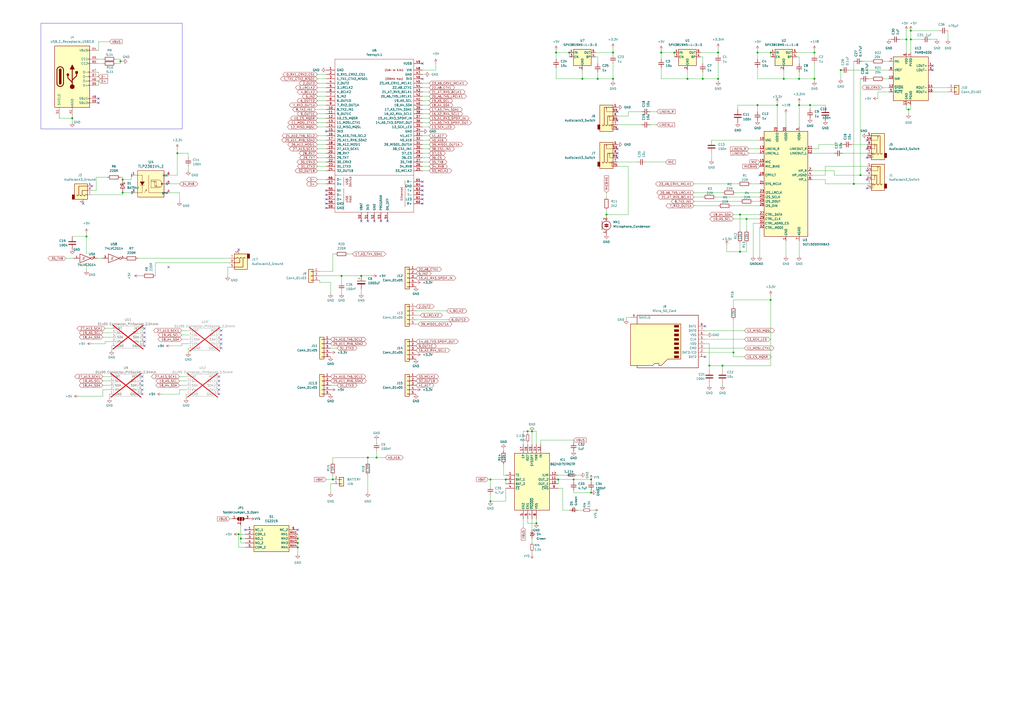
<source format=kicad_sch>
(kicad_sch (version 20250114) (generator "eeschema") (generator_version "9.0")
  (paper "A2")
  (rectangle (start 23.749 13.462) (end 105.664 74.803))
  (junction (at 71.12 104.14))
  (junction (at 469.9 60.96))
  (junction (at 528.32 17.78))
  (junction (at 138.43 309.88))
  (junction (at 391.16 30.48))
  (junction (at 439.42 60.96))
  (junction (at 342.9 278.13))
  (junction (at 527.05 63.5))
  (junction (at 50.165 137.16))
  (junction (at 337.82 45.72))
  (junction (at 308.61 250.19))
  (junction (at 429.26 124.46))
  (junction (at 293.37 278.13))
  (junction (at 284.48 290.83))
  (junction (at 450.85 60.96))
  (junction (at 472.44 30.48))
  (junction (at 284.48 278.13))
  (junction (at 172.72 314.96))
  (junction (at 454.66 45.72))
  (junction (at 463.55 60.96))
  (junction (at 322.58 30.48))
  (junction (at 139.7 312.42))
  (junction (at 447.04 30.48))
  (junction (at 323.85 278.13))
  (junction (at 419.1 212.09))
  (junction (at 416.56 30.48))
  (junction (at 407.67 45.72))
  (junction (at 439.42 30.48))
  (junction (at 172.72 317.5))
  (junction (at 528.32 22.86))
  (junction (at 355.6 45.72))
  (junction (at 332.74 278.13))
  (junction (at 425.45 204.47))
  (junction (at 495.3 106.68))
  (junction (at 198.12 160.02))
  (junction (at 342.9 285.75))
  (junction (at 463.55 45.72))
  (junction (at 499.11 101.6))
  (junction (at 351.79 124.46))
  (junction (at 330.2 30.48))
  (junction (at 398.78 45.72))
  (junction (at 71.12 111.76))
  (junction (at 172.72 312.42))
  (junction (at 193.04 278.13))
  (junction (at 429.26 146.05))
  (junction (at 447.04 173.99))
  (junction (at 487.68 40.64))
  (junction (at 218.44 265.43))
  (junction (at 213.36 265.43))
  (junction (at 69.85 35.56))
  (junction (at 102.87 88.9))
  (junction (at 355.6 30.48))
  (junction (at 346.71 45.72))
  (junction (at 416.56 45.72))
  (junction (at 209.55 160.02))
  (junction (at 411.48 212.09))
  (junction (at 311.15 303.53))
  (junction (at 41.91 68.58))
  (junction (at 525.78 22.86))
  (junction (at 306.07 250.19))
  (junction (at 472.44 45.72))
  (junction (at 433.07 127))
  (junction (at 383.54 30.48))
  (no_connect (at 82.55 220.98))
  (no_connect (at 128.27 199.39))
  (no_connect (at 82.55 218.44))
  (no_connect (at 541.02 38.1))
  (no_connect (at 53.34 107.95))
  (no_connect (at 82.55 223.52))
  (no_connect (at 502.92 81.28))
  (no_connect (at 127 226.06))
  (no_connect (at 127 223.52))
  (no_connect (at 502.92 86.36))
  (no_connect (at 83.82 200.66))
  (no_connect (at 128.27 201.93))
  (no_connect (at 127 218.44))
  (no_connect (at 358.14 74.93))
  (no_connect (at 172.72 307.34))
  (no_connect (at 245.11 113.03))
  (no_connect (at 502.92 104.14))
  (no_connect (at 189.23 118.11))
  (no_connect (at 502.92 91.44))
  (no_connect (at 128.27 194.31))
  (no_connect (at 83.82 190.5))
  (no_connect (at 358.14 69.85))
  (no_connect (at 189.23 113.03))
  (no_connect (at 245.11 110.49))
  (no_connect (at 142.24 307.34))
  (no_connect (at 48.26 118.11))
  (no_connect (at 57.15 59.69))
  (no_connect (at 502.92 99.06))
  (no_connect (at 127 228.6))
  (no_connect (at 209.55 128.27))
  (no_connect (at 189.23 76.2))
  (no_connect (at 358.14 88.9))
  (no_connect (at 502.92 109.22))
  (no_connect (at 83.82 195.58))
  (no_connect (at 128.27 191.77))
  (no_connect (at 217.17 128.27))
  (no_connect (at 213.36 128.27))
  (no_connect (at 408.94 207.01))
  (no_connect (at 358.14 86.36))
  (no_connect (at 220.98 128.27))
  (no_connect (at 440.69 101.6))
  (no_connect (at 245.11 105.41))
  (no_connect (at 245.11 45.72))
  (no_connect (at 138.43 144.78))
  (no_connect (at 358.14 91.44))
  (no_connect (at 541.02 40.64))
  (no_connect (at 82.55 226.06))
  (no_connect (at 245.11 118.11))
  (no_connect (at 189.23 120.65))
  (no_connect (at 358.14 64.77))
  (no_connect (at 245.11 115.57))
  (no_connect (at 97.79 154.94))
  (no_connect (at 245.11 36.83))
  (no_connect (at 408.94 189.23))
  (no_connect (at 245.11 107.95))
  (no_connect (at 189.23 115.57))
  (no_connect (at 224.79 128.27))
  (no_connect (at 189.23 110.49))
  (no_connect (at 83.82 193.04))
  (no_connect (at 82.55 228.6))
  (no_connect (at 127 220.98))
  (no_connect (at 128.27 196.85))
  (no_connect (at 57.15 57.15))
  (no_connect (at 83.82 198.12))
  (wire (pts (xy 471.17 86.36) (xy 474.98 86.36)))
  (wire (pts (xy 447.04 30.48) (xy 447.04 33.02)))
  (wire (pts (xy 330.2 30.48) (xy 330.2 33.02)))
  (wire (pts (xy 185.42 163.83) (xy 185.42 162.56)))
  (wire (pts (xy 138.43 309.88) (xy 142.24 309.88)))
  (wire (pts (xy 133.35 154.94) (xy 132.08 154.94)))
  (wire (pts (xy 218.44 261.62) (xy 218.44 265.43)))
  (wire (pts (xy 248.92 73.66) (xy 245.11 73.66)))
  (wire (pts (xy 59.055 149.86) (xy 56.515 149.86)))
  (wire (pts (xy 172.72 317.5) (xy 172.72 321.31)))
  (wire (pts (xy 513.08 45.72) (xy 515.62 45.72)))
  (wire (pts (xy 500.38 35.56) (xy 505.46 35.56)))
  (wire (pts (xy 63.5 228.6) (xy 63.5 231.14)))
  (wire (pts (xy 469.9 60.96) (xy 463.55 60.96)))
  (wire (pts (xy 193.04 147.32) (xy 193.04 157.48)))
  (wire (pts (xy 184.15 88.9) (xy 189.23 88.9)))
  (wire (pts (xy 391.16 30.48) (xy 391.16 33.02)))
  (wire (pts (xy 71.12 102.87) (xy 71.12 104.14)))
  (wire (pts (xy 472.44 29.21) (xy 472.44 30.48)))
  (wire (pts (xy 383.54 30.48) (xy 383.54 34.29)))
  (wire (pts (xy 358.14 72.39) (xy 372.11 72.39)))
  (wire (pts (xy 463.55 45.72) (xy 472.44 45.72)))
  (wire (pts (xy 306.07 303.53) (xy 311.15 303.53)))
  (wire (pts (xy 346.71 33.02) (xy 345.44 33.02)))
  (wire (pts (xy 308.61 312.42) (xy 308.61 314.96)))
  (wire (pts (xy 311.15 303.53) (xy 311.15 300.99)))
  (wire (pts (xy 408.94 199.39) (xy 411.48 199.39)))
  (wire (pts (xy 198.12 168.91) (xy 198.12 170.18)))
  (wire (pts (xy 252.73 40.64) (xy 245.11 40.64)))
  (wire (pts (xy 306.07 256.54) (xy 306.07 257.81)))
  (wire (pts (xy 59.69 223.52) (xy 63.5 223.52)))
  (wire (pts (xy 191.77 223.52) (xy 195.58 223.52)))
  (wire (pts (xy 57.15 24.13) (xy 63.5 24.13)))
  (wire (pts (xy 248.92 48.26) (xy 245.11 48.26)))
  (wire (pts (xy 72.39 149.86) (xy 73.025 149.86)))
  (wire (pts (xy 69.85 35.56) (xy 71.12 35.56)))
  (wire (pts (xy 198.12 160.02) (xy 209.55 160.02)))
  (wire (pts (xy 248.92 68.58) (xy 245.11 68.58)))
  (wire (pts (xy 515.62 22.86) (xy 516.89 22.86)))
  (wire (pts (xy 462.28 30.48) (xy 472.44 30.48)))
  (wire (pts (xy 109.22 99.06) (xy 109.22 96.52)))
  (wire (pts (xy 447.04 171.45) (xy 447.04 173.99)))
  (wire (pts (xy 184.15 96.52) (xy 189.23 96.52)))
  (wire (pts (xy 55.88 102.87) (xy 62.23 102.87)))
  (wire (pts (xy 355.6 46.99) (xy 355.6 45.72)))
  (wire (pts (xy 472.44 30.48) (xy 472.44 31.75)))
  (wire (pts (xy 463.55 59.69) (xy 463.55 60.96)))
  (wire (pts (xy 425.45 127) (xy 433.07 127)))
  (wire (pts (xy 193.04 147.32) (xy 194.31 147.32)))
  (wire (pts (xy 525.78 60.96) (xy 525.78 63.5)))
  (wire (pts (xy 184.15 60.96) (xy 189.23 60.96)))
  (wire (pts (xy 429.26 124.46) (xy 440.69 124.46)))
  (wire (pts (xy 326.39 295.91) (xy 330.2 295.91)))
  (wire (pts (xy 213.36 275.59) (xy 213.36 285.75)))
  (wire (pts (xy 495.3 106.68) (xy 502.92 106.68)))
  (wire (pts (xy 71.12 113.03) (xy 71.12 111.76)))
  (wire (pts (xy 218.44 255.27) (xy 218.44 256.54)))
  (wire (pts (xy 139.7 314.96) (xy 142.24 314.96)))
  (wire (pts (xy 184.15 50.8) (xy 189.23 50.8)))
  (wire (pts (xy 471.17 99.06) (xy 483.87 99.06)))
  (wire (pts (xy 184.15 71.12) (xy 189.23 71.12)))
  (wire (pts (xy 433.07 127) (xy 440.69 127)))
  (wire (pts (xy 525.78 17.78) (xy 525.78 22.86)))
  (wire (pts (xy 248.92 71.12) (xy 245.11 71.12)))
  (wire (pts (xy 248.92 91.44) (xy 245.11 91.44)))
  (wire (pts (xy 184.15 43.18) (xy 189.23 43.18)))
  (wire (pts (xy 64.77 200.66) (xy 64.77 203.2)))
  (wire (pts (xy 534.67 22.86) (xy 528.32 22.86)))
  (wire (pts (xy 284.48 278.13) (xy 284.48 281.94)))
  (wire (pts (xy 419.1 212.09) (xy 419.1 214.63)))
  (wire (pts (xy 454.66 40.64) (xy 454.66 45.72)))
  (wire (pts (xy 292.1 269.24) (xy 292.1 275.59)))
  (wire (pts (xy 45.72 229.87) (xy 59.69 229.87)))
  (wire (pts (xy 419.1 212.09) (xy 447.04 212.09)))
  (wire (pts (xy 440.69 132.08) (xy 440.69 148.59)))
  (wire (pts (xy 198.12 163.83) (xy 198.12 160.02)))
  (wire (pts (xy 193.04 265.43) (xy 193.04 267.97)))
  (wire (pts (xy 407.67 45.72) (xy 416.56 45.72)))
  (wire (pts (xy 193.04 265.43) (xy 213.36 265.43)))
  (wire (pts (xy 358.14 96.52) (xy 364.49 96.52)))
  (wire (pts (xy 293.37 278.13) (xy 293.37 280.67)))
  (wire (pts (xy 332.74 284.48) (xy 332.74 285.75)))
  (wire (pts (xy 184.15 68.58) (xy 189.23 68.58)))
  (wire (pts (xy 322.58 39.37) (xy 322.58 45.72)))
  (wire (pts (xy 308.61 257.81) (xy 308.61 250.19)))
  (wire (pts (xy 521.97 22.86) (xy 525.78 22.86)))
  (wire (pts (xy 104.14 111.76) (xy 104.14 116.84)))
  (wire (pts (xy 429.26 133.35) (xy 429.26 124.46)))
  (wire (pts (xy 358.14 67.31) (xy 364.49 67.31)))
  (wire (pts (xy 71.12 113.03) (xy 53.34 113.03)))
  (wire (pts (xy 248.92 55.88) (xy 245.11 55.88)))
  (wire (pts (xy 71.12 102.87) (xy 69.85 102.87)))
  (wire (pts (xy 99.06 200.66) (xy 105.41 200.66)))
  (wire (pts (xy 478.79 96.52) (xy 502.92 96.52)))
  (wire (pts (xy 365.76 184.15) (xy 363.22 184.15)))
  (wire (pts (xy 439.42 60.96) (xy 450.85 60.96)))
  (wire (pts (xy 322.58 45.72) (xy 337.82 45.72)))
  (wire (pts (xy 499.11 45.72) (xy 499.11 101.6)))
  (wire (pts (xy 311.15 257.81) (xy 311.15 250.19)))
  (wire (pts (xy 528.32 17.78) (xy 544.83 17.78)))
  (wire (pts (xy 472.44 46.99) (xy 472.44 45.72)))
  (wire (pts (xy 76.2 101.6) (xy 77.47 101.6)))
  (wire (pts (xy 184.15 73.66) (xy 189.23 73.66)))
  (wire (pts (xy 492.76 40.64) (xy 515.62 40.64)))
  (wire (pts (xy 293.37 290.83) (xy 284.48 290.83)))
  (wire (pts (xy 53.34 110.49) (xy 55.88 110.49)))
  (wire (pts (xy 104.14 220.98) (xy 107.95 220.98)))
  (wire (pts (xy 104.14 218.44) (xy 107.95 218.44)))
  (wire (pts (xy 218.44 265.43) (xy 223.52 265.43)))
  (wire (pts (xy 184.15 48.26) (xy 189.23 48.26)))
  (wire (pts (xy 342.9 278.13) (xy 332.74 278.13)))
  (wire (pts (xy 80.645 160.02) (xy 82.55 160.02)))
  (wire (pts (xy 494.03 83.82) (xy 502.92 83.82)))
  (wire (pts (xy 412.75 81.28) (xy 440.69 81.28)))
  (wire (pts (xy 59.69 229.87) (xy 59.69 226.06)))
  (wire (pts (xy 478.79 96.52) (xy 478.79 101.6)))
  (wire (pts (xy 34.29 67.31) (xy 34.29 68.58)))
  (wire (pts (xy 59.69 193.04) (xy 64.77 193.04)))
  (wire (pts (xy 76.2 104.14) (xy 71.12 104.14)))
  (wire (pts (xy 439.42 30.48) (xy 447.04 30.48)))
  (wire (pts (xy 455.93 139.7) (xy 455.93 148.59)))
  (wire (pts (xy 189.23 278.13) (xy 193.04 278.13)))
  (wire (pts (xy 184.15 91.44) (xy 189.23 91.44)))
  (wire (pts (xy 191.77 285.75) (xy 191.77 280.67)))
  (wire (pts (xy 308.61 250.19) (xy 311.15 250.19)))
  (wire (pts (xy 528.32 17.78) (xy 528.32 22.86)))
  (wire (pts (xy 139.7 312.42) (xy 139.7 314.96)))
  (wire (pts (xy 303.53 257.81) (xy 303.53 250.19)))
  (wire (pts (xy 478.79 106.68) (xy 495.3 106.68)))
  (wire (pts (xy 248.92 93.98) (xy 245.11 93.98)))
  (wire (pts (xy 415.29 114.3) (xy 440.69 114.3)))
  (wire (pts (xy 105.41 196.85) (xy 109.22 196.85)))
  (wire (pts (xy 469.9 63.5) (xy 469.9 60.96)))
  (wire (pts (xy 248.92 96.52) (xy 245.11 96.52)))
  (wire (pts (xy 248.92 66.04) (xy 245.11 66.04)))
  (wire (pts (xy 425.45 173.99) (xy 425.45 177.8)))
  (wire (pts (xy 41.91 68.58) (xy 41.91 71.12)))
  (wire (pts (xy 509.27 53.34) (xy 515.62 53.34)))
  (wire (pts (xy 381 72.39) (xy 377.19 72.39)))
  (wire (pts (xy 386.08 93.98) (xy 374.65 93.98)))
  (wire (pts (xy 248.92 53.34) (xy 245.11 53.34)))
  (wire (pts (xy 184.15 58.42) (xy 189.23 58.42)))
  (wire (pts (xy 509.27 53.34) (xy 509.27 57.15)))
  (wire (pts (xy 434.34 88.9) (xy 440.69 88.9)))
  (wire (pts (xy 483.87 99.06) (xy 483.87 101.6)))
  (wire (pts (xy 527.05 63.5) (xy 528.32 63.5)))
  (wire (pts (xy 55.88 110.49) (xy 55.88 102.87)))
  (wire (pts (xy 193.04 275.59) (xy 193.04 278.13)))
  (wire (pts (xy 133.35 152.4) (xy 90.17 152.4)))
  (wire (pts (xy 351.79 111.76) (xy 351.79 114.3)))
  (wire (pts (xy 381 64.77) (xy 377.19 64.77)))
  (wire (pts (xy 69.85 36.83) (xy 67.31 36.83)))
  (wire (pts (xy 398.78 45.72) (xy 407.67 45.72)))
  (wire (pts (xy 398.78 40.64) (xy 398.78 45.72)))
  (wire (pts (xy 109.22 91.44) (xy 109.22 88.9)))
  (wire (pts (xy 355.6 27.94) (xy 355.6 30.48)))
  (wire (pts (xy 345.44 30.48) (xy 355.6 30.48)))
  (wire (pts (xy 478.79 62.23) (xy 478.79 60.96)))
  (wire (pts (xy 209.55 170.18) (xy 209.55 167.64)))
  (wire (pts (xy 241.3 185.42) (xy 260.35 185.42)))
  (wire (pts (xy 57.15 46.99) (xy 57.15 49.53)))
  (wire (pts (xy 411.48 199.39) (xy 411.48 212.09)))
  (wire (pts (xy 97.79 101.6) (xy 102.87 101.6)))
  (wire (pts (xy 332.74 285.75) (xy 342.9 285.75)))
  (wire (pts (xy 425.45 207.01) (xy 431.8 207.01)))
  (wire (pts (xy 132.08 154.94) (xy 132.08 160.02)))
  (wire (pts (xy 383.54 29.21) (xy 383.54 30.48)))
  (wire (pts (xy 322.58 29.21) (xy 322.58 30.48)))
  (wire (pts (xy 447.04 173.99) (xy 447.04 212.09)))
  (wire (pts (xy 60.96 190.5) (xy 64.77 190.5)))
  (wire (pts (xy 107.95 228.6) (xy 107.95 231.14)))
  (wire (pts (xy 102.87 86.36) (xy 102.87 88.9)))
  (wire (pts (xy 284.48 278.13) (xy 293.37 278.13)))
  (wire (pts (xy 364.49 124.46) (xy 351.79 124.46)))
  (wire (pts (xy 191.77 201.93) (xy 195.58 201.93)))
  (wire (pts (xy 402.59 116.84) (xy 429.26 116.84)))
  (wire (pts (xy 184.15 104.14) (xy 189.23 104.14)))
  (wire (pts (xy 346.71 41.91) (xy 346.71 45.72)))
  (wire (pts (xy 59.69 220.98) (xy 63.5 220.98)))
  (wire (pts (xy 184.15 66.04) (xy 189.23 66.04)))
  (wire (pts (xy 241.3 180.34) (xy 259.08 180.34)))
  (wire (pts (xy 419.1 223.52) (xy 419.1 222.25)))
  (wire (pts (xy 308.61 300.99) (xy 308.61 307.34)))
  (wire (pts (xy 416.56 45.72) (xy 416.56 36.83)))
  (wire (pts (xy 433.07 140.97) (xy 433.07 146.05)))
  (wire (pts (xy 57.15 29.21) (xy 57.15 24.13)))
  (wire (pts (xy 351.79 125.73) (xy 351.79 124.46)))
  (wire (pts (xy 185.42 160.02) (xy 198.12 160.02)))
  (wire (pts (xy 511.81 50.8) (xy 515.62 50.8)))
  (wire (pts (xy 38.1 149.86) (xy 42.545 149.86)))
  (wire (pts (xy 369.57 93.98) (xy 358.14 93.98)))
  (wire (pts (xy 407.67 33.02) (xy 406.4 33.02)))
  (wire (pts (xy 292.1 275.59) (xy 293.37 275.59)))
  (wire (pts (xy 326.39 283.21) (xy 326.39 295.91)))
  (wire (pts (xy 184.15 86.36) (xy 189.23 86.36)))
  (wire (pts (xy 402.59 114.3) (xy 407.67 114.3)))
  (wire (pts (xy 433.07 133.35) (xy 433.07 127)))
  (wire (pts (xy 332.74 279.4) (xy 332.74 278.13)))
  (wire (pts (xy 504.19 45.72) (xy 505.46 45.72)))
  (wire (pts (xy 313.69 255.27) (xy 332.74 255.27)))
  (wire (pts (xy 323.85 278.13) (xy 323.85 280.67)))
  (wire (pts (xy 490.22 40.64) (xy 487.68 40.64)))
  (wire (pts (xy 41.91 67.31) (xy 41.91 68.58)))
  (wire (pts (xy 303.53 250.19) (xy 306.07 250.19)))
  (wire (pts (xy 104.14 223.52) (xy 107.95 223.52)))
  (wire (pts (xy 439.42 39.37) (xy 439.42 45.72)))
  (wire (pts (xy 246.38 43.18) (xy 245.11 43.18)))
  (wire (pts (xy 139.7 304.8) (xy 139.7 312.42)))
  (wire (pts (xy 402.59 119.38) (xy 416.56 119.38)))
  (wire (pts (xy 184.15 45.72) (xy 189.23 45.72)))
  (wire (pts (xy 427.99 60.96) (xy 439.42 60.96)))
  (wire (pts (xy 248.92 58.42) (xy 245.11 58.42)))
  (wire (pts (xy 455.93 66.04) (xy 455.93 73.66)))
  (wire (pts (xy 408.94 191.77) (xy 431.8 191.77)))
  (wire (pts (xy 71.12 111.76) (xy 77.47 111.76)))
  (wire (pts (xy 450.85 60.96) (xy 450.85 73.66)))
  (wire (pts (xy 337.82 45.72) (xy 346.71 45.72)))
  (wire (pts (xy 172.72 314.96) (xy 172.72 317.5)))
  (wire (pts (xy 439.42 64.77) (xy 439.42 60.96)))
  (wire (pts (xy 138.43 317.5) (xy 142.24 317.5)))
  (wire (pts (xy 474.98 83.82) (xy 488.95 83.82)))
  (wire (pts (xy 213.36 265.43) (xy 218.44 265.43)))
  (wire (pts (xy 411.48 223.52) (xy 411.48 222.25)))
  (wire (pts (xy 34.29 68.58) (xy 41.91 68.58)))
  (wire (pts (xy 463.55 41.91) (xy 463.55 45.72)))
  (wire (pts (xy 346.71 45.72) (xy 355.6 45.72)))
  (wire (pts (xy 90.17 152.4) (xy 90.17 160.02)))
  (wire (pts (xy 412.75 88.9) (xy 412.75 92.71)))
  (wire (pts (xy 252.73 36.83) (xy 252.73 40.64)))
  (wire (pts (xy 303.53 300.99) (xy 303.53 306.07)))
  (wire (pts (xy 402.59 111.76) (xy 419.1 111.76)))
  (wire (pts (xy 436.88 129.54) (xy 436.88 148.59)))
  (wire (pts (xy 402.59 106.68) (xy 427.99 106.68)))
  (wire (pts (xy 416.56 30.48) (xy 416.56 31.75)))
  (wire (pts (xy 191.77 280.67) (xy 193.04 280.67)))
  (wire (pts (xy 248.92 78.74) (xy 245.11 78.74)))
  (wire (pts (xy 184.15 81.28) (xy 189.23 81.28)))
  (wire (pts (xy 407.67 36.83) (xy 407.67 33.02)))
  (wire (pts (xy 383.54 39.37) (xy 383.54 45.72)))
  (wire (pts (xy 383.54 45.72) (xy 398.78 45.72)))
  (wire (pts (xy 408.94 201.93) (xy 431.8 201.93)))
  (wire (pts (xy 204.47 147.32) (xy 201.93 147.32)))
  (wire (pts (xy 364.49 67.31) (xy 364.49 64.77)))
  (wire (pts (xy 440.69 129.54) (xy 436.88 129.54)))
  (wire (pts (xy 293.37 283.21) (xy 293.37 290.83)))
  (wire (pts (xy 248.92 60.96) (xy 245.11 60.96)))
  (wire (pts (xy 184.15 55.88) (xy 189.23 55.88)))
  (wire (pts (xy 406.4 30.48) (xy 416.56 30.48)))
  (wire (pts (xy 337.82 40.64) (xy 337.82 45.72)))
  (wire (pts (xy 425.45 124.46) (xy 429.26 124.46)))
  (wire (pts (xy 363.22 184.15) (xy 363.22 185.42)))
  (wire (pts (xy 184.15 93.98) (xy 189.23 93.98)))
  (wire (pts (xy 332.74 256.54) (xy 332.74 255.27)))
  (wire (pts (xy 105.41 191.77) (xy 109.22 191.77)))
  (wire (pts (xy 248.92 99.06) (xy 245.11 99.06)))
  (wire (pts (xy 248.92 83.82) (xy 245.11 83.82)))
  (wire (pts (xy 313.69 255.27) (xy 313.69 257.81)))
  (wire (pts (xy 105.41 194.31) (xy 109.22 194.31)))
  (wire (pts (xy 308.61 320.04) (xy 308.61 321.31)))
  (wire (pts (xy 463.55 36.83) (xy 463.55 33.02)))
  (wire (pts (xy 342.9 295.91) (xy 344.17 295.91)))
  (wire (pts (xy 283.21 278.13) (xy 284.48 278.13)))
  (wire (pts (xy 463.55 60.96) (xy 463.55 73.66)))
  (wire (pts (xy 59.69 218.44) (xy 63.5 218.44)))
  (wire (pts (xy 487.68 40.64) (xy 487.68 45.72)))
  (wire (pts (xy 184.15 99.06) (xy 189.23 99.06)))
  (wire (pts (xy 483.87 101.6) (xy 499.11 101.6)))
  (wire (pts (xy 488.95 88.9) (xy 502.92 88.9)))
  (wire (pts (xy 248.92 81.28) (xy 245.11 81.28)))
  (wire (pts (xy 355.6 45.72) (xy 355.6 36.83)))
  (wire (pts (xy 474.98 86.36) (xy 474.98 83.82)))
  (wire (pts (xy 59.69 195.58) (xy 64.77 195.58)))
  (wire (pts (xy 410.21 194.31) (xy 408.94 194.31)))
  (wire (pts (xy 80.01 149.86) (xy 133.35 149.86)))
  (wire (pts (xy 182.88 63.5) (xy 189.23 63.5)))
  (wire (pts (xy 525.78 30.48) (xy 525.78 22.86)))
  (wire (pts (xy 478.79 101.6) (xy 471.17 101.6)))
  (wire (pts (xy 292.1 260.35) (xy 292.1 261.62)))
  (wire (pts (xy 513.08 35.56) (xy 515.62 35.56)))
  (wire (pts (xy 499.11 101.6) (xy 502.92 101.6)))
  (wire (pts (xy 549.91 17.78) (xy 549.91 22.86)))
  (wire (pts (xy 241.3 187.96) (xy 242.57 187.96)))
  (wire (pts (xy 439.42 30.48) (xy 439.42 34.29)))
  (wire (pts (xy 463.55 33.02) (xy 462.28 33.02)))
  (wire (pts (xy 383.54 30.48) (xy 391.16 30.48)))
  (wire (pts (xy 454.66 45.72) (xy 463.55 45.72)))
  (wire (pts (xy 436.88 116.84) (xy 440.69 116.84)))
  (wire (pts (xy 323.85 275.59) (xy 328.93 275.59)))
  (wire (pts (xy 425.45 173.99) (xy 447.04 173.99)))
  (wire (pts (xy 471.17 104.14) (xy 478.79 104.14)))
  (wire (pts (xy 450.85 59.69) (xy 450.85 60.96)))
  (wire (pts (xy 528.32 63.5) (xy 528.32 60.96)))
  (wire (pts (xy 213.36 267.97) (xy 213.36 265.43)))
  (wire (pts (xy 60.96 199.39) (xy 60.96 198.12)))
  (wire (pts (xy 104.14 228.6) (xy 104.14 226.06)))
  (wire (pts (xy 67.31 34.29) (xy 69.85 34.29)))
  (wire (pts (xy 495.3 35.56) (xy 495.3 106.68)))
  (wire (pts (xy 471.17 88.9) (xy 483.87 88.9)))
  (wire (pts (xy 527.05 66.04) (xy 527.05 63.5)))
  (wire (pts (xy 172.72 309.88) (xy 172.72 312.42)))
  (wire (pts (xy 416.56 46.99) (xy 416.56 45.72)))
  (wire (pts (xy 439.42 45.72) (xy 454.66 45.72)))
  (wire (pts (xy 172.72 312.42) (xy 172.72 314.96)))
  (wire (pts (xy 109.22 88.9) (xy 102.87 88.9)))
  (wire (pts (xy 364.49 96.52) (xy 364.49 124.46)))
  (wire (pts (xy 427.99 63.5) (xy 427.99 60.96)))
  (wire (pts (xy 439.42 29.21) (xy 439.42 30.48)))
  (wire (pts (xy 57.15 34.29) (xy 59.69 34.29)))
  (wire (pts (xy 351.79 124.46) (xy 351.79 121.92)))
  (wire (pts (xy 425.45 185.42) (xy 425.45 204.47)))
  (wire (pts (xy 59.69 226.06) (xy 63.5 226.06)))
  (wire (pts (xy 322.58 30.48) (xy 322.58 34.29)))
  (wire (pts (xy 425.45 207.01) (xy 425.45 204.47)))
  (wire (pts (xy 424.18 119.38) (xy 440.69 119.38)))
  (wire (pts (xy 541.02 53.34) (xy 549.91 53.34)))
  (wire (pts (xy 306.07 300.99) (xy 306.07 303.53)))
  (wire (pts (xy 463.55 139.7) (xy 463.55 148.59)))
  (wire (pts (xy 411.48 212.09) (xy 419.1 212.09)))
  (wire (pts (xy 248.92 88.9) (xy 245.11 88.9)))
  (wire (pts (xy 184.15 78.74) (xy 189.23 78.74)))
  (wire (pts (xy 408.94 204.47) (xy 425.45 204.47)))
  (wire (pts (xy 139.7 312.42) (xy 142.24 312.42)))
  (wire (pts (xy 416.56 27.94) (xy 416.56 30.48)))
  (wire (pts (xy 133.35 300.99) (xy 134.62 300.99)))
  (wire (pts (xy 60.96 198.12) (xy 64.77 198.12)))
  (wire (pts (xy 323.85 283.21) (xy 326.39 283.21)))
  (wire (pts (xy 429.26 146.05) (xy 421.64 146.05)))
  (wire (pts (xy 539.75 22.86) (xy 543.56 22.86)))
  (wire (pts (xy 342.9 284.48) (xy 342.9 285.75)))
  (wire (pts (xy 97.79 106.68) (xy 104.14 106.68)))
  (wire (pts (xy 184.15 83.82) (xy 189.23 83.82)))
  (wire (pts (xy 57.15 44.45) (xy 57.15 41.91)))
  (wire (pts (xy 335.28 295.91) (xy 337.82 295.91)))
  (wire (pts (xy 346.71 36.83) (xy 346.71 33.02)))
  (wire (pts (xy 97.79 111.76) (xy 104.14 111.76)))
  (wire (pts (xy 209.55 160.02) (xy 215.9 160.02)))
  (wire (pts (xy 184.15 53.34) (xy 189.23 53.34)))
  (wire (pts (xy 69.85 35.56) (xy 69.85 36.83)))
  (wire (pts (xy 57.15 36.83) (xy 59.69 36.83)))
  (wire (pts (xy 426.72 111.76) (xy 440.69 111.76)))
  (wire (pts (xy 332.74 278.13) (xy 323.85 278.13)))
  (wire (pts (xy 342.9 279.4) (xy 342.9 278.13)))
  (wire (pts (xy 50.165 156.845) (xy 50.165 152.4)))
  (wire (pts (xy 306.07 251.46) (xy 306.07 250.19)))
  (wire (pts (xy 421.64 146.05) (xy 421.64 142.24)))
  (wire (pts (xy 408.94 196.85) (xy 431.8 196.85)))
  (wire (pts (xy 138.43 309.88) (xy 138.43 317.5)))
  (wire (pts (xy 525.78 63.5) (xy 527.05 63.5)))
  (wire (pts (xy 355.6 30.48) (xy 355.6 31.75)))
  (wire (pts (xy 433.07 146.05) (xy 429.26 146.05)))
  (wire (pts (xy 248.92 50.8) (xy 245.11 50.8)))
  (wire (pts (xy 93.98 228.6) (xy 104.14 228.6)))
  (wire (pts (xy 243.84 182.88) (xy 241.3 182.88)))
  (wire (pts (xy 105.41 199.39) (xy 109.22 199.39)))
  (wire (pts (xy 478.79 60.96) (xy 469.9 60.96)))
  (wire (pts (xy 193.04 157.48) (xy 185.42 157.48)))
  (wire (pts (xy 50.165 137.16) (xy 50.165 147.32)))
  (wire (pts (xy 478.79 104.14) (xy 478.79 106.68)))
  (wire (pts (xy 109.22 201.93) (xy 109.22 204.47)))
  (wire (pts (xy 69.85 34.29) (xy 69.85 35.56)))
  (wire (pts (xy 50.165 135.255) (xy 50.165 137.16)))
  (wire (pts (xy 472.44 45.72) (xy 472.44 36.83)))
  (wire (pts (xy 306.07 250.19) (xy 308.61 250.19)))
  (wire (pts (xy 407.67 41.91) (xy 407.67 45.72)))
  (wire (pts (xy 248.92 63.5) (xy 245.11 63.5)))
  (wire (pts (xy 184.15 106.68) (xy 189.23 106.68)))
  (wire (pts (xy 322.58 30.48) (xy 330.2 30.48)))
  (wire (pts (xy 191.77 163.83) (xy 191.77 170.18)))
  (wire (pts (xy 435.61 106.68) (xy 440.69 106.68)))
  (wire (pts (xy 364.49 64.77) (xy 372.11 64.77)))
  (wire (pts (xy 336.55 275.59) (xy 334.01 275.59)))
  (wire (pts (xy 53.34 199.39) (xy 60.96 199.39)))
  (wire (pts (xy 429.26 140.97) (xy 429.26 146.05)))
  (wire (pts (xy 248.92 86.36) (xy 245.11 86.36)))
  (wire (pts (xy 102.87 88.9) (xy 102.87 101.6)))
  (wire (pts (xy 105.41 200.66) (xy 105.41 199.39)))
  (wire (pts (xy 41.91 137.16) (xy 50.165 137.16)))
  (wire (pts (xy 541.02 50.8) (xy 549.91 50.8)))
  (wire (pts (xy 185.42 163.83) (xy 191.77 163.83)))
  (wire (pts (xy 76.2 101.6) (xy 76.2 104.14)))
  (wire (pts (xy 434.34 86.36) (xy 440.69 86.36)))
  (wire (pts (xy 411.48 212.09) (xy 411.48 214.63)))
  (wire (pts (xy 284.48 287.02) (xy 284.48 290.83)))
  (wire (pts (xy 528.32 30.48) (xy 528.32 22.86)))
  (wire (pts (xy 104.14 226.06) (xy 107.95 226.06)))
  (global_label "20_A6_TX5_LRCLK1" (shape bidirectional) (at 402.59 111.76 180) (property "Intersheetrefs" "${INTERSHEET_REFS}" (effects (hide yes))))
  (global_label "22_A8_CTX1" (shape bidirectional) (at 248.92 50.8 0) (property "Intersheetrefs" "${INTERSHEET_REFS}" (effects (hide yes))))
  (global_label "37_CS" (shape bidirectional) (at 248.92 88.9 0) (property "Intersheetrefs" "${INTERSHEET_REFS}" (effects (hide yes))))
  (global_label "39_MISO1_OUT1A" (shape bidirectional) (at 242.57 187.96 0) (property "Intersheetrefs" "${INTERSHEET_REFS}" (effects (hide yes))))
  (global_label "25_A11_RX6_SDA2" (shape bidirectional) (at 184.15 81.28 180) (property "Intersheetrefs" "${INTERSHEET_REFS}" (effects (hide yes))))
  (global_label "31_CTX3" (shape bidirectional) (at 195.58 223.52 0) (property "Intersheetrefs" "${INTERSHEET_REFS}" (effects (hide yes))))
  (global_label "27_A13_SCK1" (shape bidirectional) (at 105.41 191.77 180) (property "Intersheetrefs" "${INTERSHEET_REFS}" (effects (hide yes))))
  (global_label "3_LRCLK2" (shape bidirectional) (at 243.84 182.88 0) (property "Intersheetrefs" "${INTERSHEET_REFS}" (effects (hide yes))))
  (global_label "17_A3_TX4_SDA1" (shape bidirectional) (at 204.47 147.32 0) (property "Intersheetrefs" "${INTERSHEET_REFS}" (effects (hide yes))))
  (global_label "3_LRCLK2" (shape bidirectional) (at 184.15 50.8 180) (property "Intersheetrefs" "${INTERSHEET_REFS}" (effects (hide yes))))
  (global_label "5_IN2" (shape bidirectional) (at 241.3 158.75 0) (property "Intersheetrefs" "${INTERSHEET_REFS}" (effects (hide yes))))
  (global_label "MIC" (shape input) (at 440.69 93.98 180) (property "Intersheetrefs" "${INTERSHEET_REFS}" (effects (hide yes))))
  (global_label "6_OUT1D" (shape bidirectional) (at 260.35 185.42 0) (property "Intersheetrefs" "${INTERSHEET_REFS}" (effects (hide yes))))
  (global_label "12_MISO_MQSL" (shape bidirectional) (at 431.8 191.77 0) (property "Intersheetrefs" "${INTERSHEET_REFS}" (effects (hide yes))))
  (global_label "35_TX8" (shape bidirectional) (at 248.92 93.98 0) (property "Intersheetrefs" "${INTERSHEET_REFS}" (effects (hide yes))))
  (global_label "9_OUT1C" (shape bidirectional) (at 241.3 200.66 0) (property "Intersheetrefs" "${INTERSHEET_REFS}" (effects (hide yes))))
  (global_label "32_OUT1B" (shape bidirectional) (at 241.3 220.98 0) (property "Intersheetrefs" "${INTERSHEET_REFS}" (effects (hide yes))))
  (global_label "19_A5_SCL" (shape bidirectional) (at 104.14 220.98 180) (property "Intersheetrefs" "${INTERSHEET_REFS}" (effects (hide yes))))
  (global_label "32_OUT1B" (shape bidirectional) (at 184.15 99.06 180) (property "Intersheetrefs" "${INTERSHEET_REFS}" (effects (hide yes))))
  (global_label "4_BCLK2" (shape bidirectional) (at 184.15 53.34 180) (property "Intersheetrefs" "${INTERSHEET_REFS}" (effects (hide yes))))
  (global_label "5_IN2" (shape bidirectional) (at 184.15 55.88 180) (property "Intersheetrefs" "${INTERSHEET_REFS}" (effects (hide yes))))
  (global_label "40_A16" (shape bidirectional) (at 248.92 81.28 0) (property "Intersheetrefs" "${INTERSHEET_REFS}" (effects (hide yes))))
  (global_label "23_A9_CRX1_MCLK1" (shape bidirectional) (at 248.92 48.26 0) (property "Intersheetrefs" "${INTERSHEET_REFS}" (effects (hide yes))))
  (global_label "15_A1_RX3_SPDIF_IN" (shape bidirectional) (at 241.3 161.29 0) (property "Intersheetrefs" "${INTERSHEET_REFS}" (effects (hide yes))))
  (global_label "7_RX2_OUT1A" (shape bidirectional) (at 184.15 60.96 180) (property "Intersheetrefs" "${INTERSHEET_REFS}" (effects (hide yes))))
  (global_label "19_A5_SCL" (shape bidirectional) (at 105.41 194.31 180) (property "Intersheetrefs" "${INTERSHEET_REFS}" (effects (hide yes))))
  (global_label "18_A4_SDA" (shape bidirectional) (at 59.69 195.58 180) (property "Intersheetrefs" "${INTERSHEET_REFS}" (effects (hide yes))))
  (global_label "33_MCLK2" (shape bidirectional) (at 248.92 99.06 0) (property "Intersheetrefs" "${INTERSHEET_REFS}" (effects (hide yes))))
  (global_label "30_CRX3" (shape bidirectional) (at 511.81 50.8 180) (property "Intersheetrefs" "${INTERSHEET_REFS}" (effects (hide yes))))
  (global_label "21_A7_RX5_BCLK1" (shape bidirectional) (at 402.59 114.3 180) (property "Intersheetrefs" "${INTERSHEET_REFS}" (effects (hide yes))))
  (global_label "25_A11_RX6_SDA2" (shape bidirectional) (at 191.77 199.39 0) (property "Intersheetrefs" "${INTERSHEET_REFS}" (effects (hide yes))))
  (global_label "VBUS" (shape input) (at 63.5 24.13 0) (property "Intersheetrefs" "${INTERSHEET_REFS}" (effects (hide yes))))
  (global_label "1_TX1_CTX2_MISO1" (shape bidirectional) (at 184.15 45.72 180) (property "Intersheetrefs" "${INTERSHEET_REFS}" (effects (hide yes))))
  (global_label "19_A5_SCL" (shape bidirectional) (at 248.92 58.42 0) (property "Intersheetrefs" "${INTERSHEET_REFS}" (effects (hide yes))))
  (global_label "12_MISO_MQSL" (shape bidirectional) (at 184.15 73.66 180) (property "Intersheetrefs" "${INTERSHEET_REFS}" (effects (hide yes))))
  (global_label "6_OUT1D" (shape bidirectional) (at 184.15 58.42 180) (property "Intersheetrefs" "${INTERSHEET_REFS}" (effects (hide yes))))
  (global_label "VBUS" (shape input) (at 303.53 306.07 270) (property "Intersheetrefs" "${INTERSHEET_REFS}" (effects (hide yes))))
  (global_label "18_A4_SDA" (shape bidirectional) (at 425.45 124.46 180) (property "Intersheetrefs" "${INTERSHEET_REFS}" (effects (hide yes))))
  (global_label "LINEIN_R" (shape input) (at 381 64.77 0) (property "Intersheetrefs" "${INTERSHEET_REFS}" (effects (hide yes))))
  (global_label "13_SCK_LED" (shape bidirectional) (at 431.8 196.85 0) (property "Intersheetrefs" "${INTERSHEET_REFS}" (effects (hide yes))))
  (global_label "23_A9_CRX1_MCLK1" (shape bidirectional) (at 402.59 106.68 180) (property "Intersheetrefs" "${INTERSHEET_REFS}" (effects (hide yes))))
  (global_label "9_OUT1C" (shape bidirectional) (at 184.15 66.04 180) (property "Intersheetrefs" "${INTERSHEET_REFS}" (effects (hide yes))))
  (global_label "19_A5_SCL" (shape bidirectional) (at 425.45 127 180) (property "Intersheetrefs" "${INTERSHEET_REFS}" (effects (hide yes))))
  (global_label "18_A4_SDA" (shape bidirectional) (at 104.14 223.52 180) (property "Intersheetrefs" "${INTERSHEET_REFS}" (effects (hide yes))))
  (global_label "MICBIAS" (shape input) (at 351.79 111.76 90) (property "Intersheetrefs" "${INTERSHEET_REFS}" (effects (hide yes))))
  (global_label "VBUS" (shape input) (at 332.74 255.27 0) (property "Intersheetrefs" "${INTERSHEET_REFS}" (effects (hide yes))))
  (global_label "18_A4_SDA" (shape bidirectional) (at 105.41 196.85 180) (property "Intersheetrefs" "${INTERSHEET_REFS}" (effects (hide yes))))
  (global_label "40_A16" (shape bidirectional) (at 223.52 265.43 0) (property "Intersheetrefs" "${INTERSHEET_REFS}" (effects (hide yes))))
  (global_label "27_A13_SCK1" (shape bidirectional) (at 59.69 218.44 180) (property "Intersheetrefs" "${INTERSHEET_REFS}" (effects (hide yes))))
  (global_label "28_RX7" (shape bidirectional) (at 184.15 88.9 180) (property "Intersheetrefs" "${INTERSHEET_REFS}" (effects (hide yes))))
  (global_label "D-" (shape input) (at 57.15 44.45 0) (property "Intersheetrefs" "${INTERSHEET_REFS}" (effects (hide yes))))
  (global_label "D-" (shape bidirectional) (at 184.15 104.14 180) (property "Intersheetrefs" "${INTERSHEET_REFS}" (effects (hide yes))))
  (global_label "39_MISO1_OUT1A" (shape bidirectional) (at 248.92 83.82 0) (property "Intersheetrefs" "${INTERSHEET_REFS}" (effects (hide yes))))
  (global_label "26_A12_MOSI1" (shape bidirectional) (at 184.15 83.82 180) (property "Intersheetrefs" "${INTERSHEET_REFS}" (effects (hide yes))))
  (global_label "D+" (shape bidirectional) (at 184.15 106.68 180) (property "Intersheetrefs" "${INTERSHEET_REFS}" (effects (hide yes))))
  (global_label "8_TX2_IN1" (shape bidirectional) (at 402.59 116.84 180) (property "Intersheetrefs" "${INTERSHEET_REFS}" (effects (hide yes))))
  (global_label "MIC" (shape input) (at 386.08 93.98 0) (property "Intersheetrefs" "${INTERSHEET_REFS}" (effects (hide yes))))
  (global_label "VBAT" (shape input) (at 283.21 278.13 180) (property "Intersheetrefs" "${INTERSHEET_REFS}" (effects (hide yes))))
  (global_label "41_A17" (shape bidirectional) (at 241.3 223.52 0) (property "Intersheetrefs" "${INTERSHEET_REFS}" (effects (hide yes))))
  (global_label "21_A7_RX5_BCLK1" (shape bidirectional) (at 248.92 53.34 0) (property "Intersheetrefs" "${INTERSHEET_REFS}" (effects (hide yes))))
  (global_label "20_A6_TX5_LRCLK1" (shape bidirectional) (at 248.92 55.88 0) (property "Intersheetrefs" "${INTERSHEET_REFS}" (effects (hide yes))))
  (global_label "27_A13_SCK1" (shape bidirectional) (at 104.14 218.44 180) (property "Intersheetrefs" "${INTERSHEET_REFS}" (effects (hide yes))))
  (global_label "31_CTX3" (shape bidirectional) (at 184.15 96.52 180) (property "Intersheetrefs" "${INTERSHEET_REFS}" (effects (hide yes))))
  (global_label "LINEIN_R" (shape input) (at 434.34 86.36 180) (property "Intersheetrefs" "${INTERSHEET_REFS}" (effects (hide yes))))
  (global_label "8_TX2_IN1" (shape bidirectional) (at 182.88 63.5 180) (property "Intersheetrefs" "${INTERSHEET_REFS}" (effects (hide yes))))
  (global_label "36_CS" (shape bidirectional) (at 248.92 91.44 0) (property "Intersheetrefs" "${INTERSHEET_REFS}" (effects (hide yes))))
  (global_label "0_RX1_CRX2_CS1" (shape bidirectional) (at 184.15 43.18 180) (property "Intersheetrefs" "${INTERSHEET_REFS}" (effects (hide yes))))
  (global_label "VBAT" (shape input) (at 189.23 278.13 180) (property "Intersheetrefs" "${INTERSHEET_REFS}" (effects (hide yes))))
  (global_label "2_OUT2" (shape bidirectional) (at 241.3 177.8 0) (property "Intersheetrefs" "${INTERSHEET_REFS}" (effects (hide yes))))
  (global_label "27_A13_SCK1" (shape bidirectional) (at 184.15 86.36 180) (property "Intersheetrefs" "${INTERSHEET_REFS}" (effects (hide yes))))
  (global_label "34_RX8" (shape bidirectional) (at 248.92 96.52 0) (property "Intersheetrefs" "${INTERSHEET_REFS}" (effects (hide yes))))
  (global_label "10_CS_MQSR" (shape bidirectional) (at 431.8 207.01 0) (property "Intersheetrefs" "${INTERSHEET_REFS}" (effects (hide yes))))
  (global_label "LINEIN_L" (shape input) (at 434.34 88.9 180) (property "Intersheetrefs" "${INTERSHEET_REFS}" (effects (hide yes))))
  (global_label "13_SCK_LED" (shape bidirectional) (at 248.92 73.66 0) (property "Intersheetrefs" "${INTERSHEET_REFS}" (effects (hide yes))))
  (global_label "4_BCLK2" (shape bidirectional) (at 259.08 180.34 0) (property "Intersheetrefs" "${INTERSHEET_REFS}" (effects (hide yes))))
  (global_label "31_CTX3" (shape bidirectional) (at 195.58 201.93 0) (property "Intersheetrefs" "${INTERSHEET_REFS}" (effects (hide yes))))
  (global_label "38_CS1_IN1" (shape bidirectional) (at 248.92 86.36 0) (property "Intersheetrefs" "${INTERSHEET_REFS}" (effects (hide yes))))
  (global_label "14_A0_TX3_SPDIF_OUT" (shape bidirectional) (at 248.92 71.12 0) (property "Intersheetrefs" "${INTERSHEET_REFS}" (effects (hide yes))))
  (global_label "18_A4_SDA" (shape bidirectional) (at 248.92 60.96 0) (property "Intersheetrefs" "${INTERSHEET_REFS}" (effects (hide yes))))
  (global_label "24_A10_TX6_SCL2" (shape bidirectional) (at 184.15 78.74 180) (property "Intersheetrefs" "${INTERSHEET_REFS}" (effects (hide yes))))
  (global_label "11_MOSI_CTX1" (shape bidirectional) (at 184.15 71.12 180) (property "Intersheetrefs" "${INTERSHEET_REFS}" (effects (hide yes))))
  (global_label "27_A13_SCK1" (shape bidirectional) (at 60.96 190.5 180) (property "Intersheetrefs" "${INTERSHEET_REFS}" (effects (hide yes))))
  (global_label "35_TX8" (shape bidirectional) (at 38.1 149.86 180) (property "Intersheetrefs" "${INTERSHEET_REFS}" (effects (hide yes))))
  (global_label "14_A0_TX3_SPDIF_OUT" (shape bidirectional) (at 241.3 198.12 0) (property "Intersheetrefs" "${INTERSHEET_REFS}" (effects (hide yes))))
  (global_label "34_RX8" (shape bidirectional) (at 104.14 106.68 0) (property "Intersheetrefs" "${INTERSHEET_REFS}" (effects (hide yes))))
  (global_label "VBUS" (shape input) (at 133.35 300.99 180) (property "Intersheetrefs" "${INTERSHEET_REFS}" (effects (hide yes))))
  (global_label "19_A5_SCL" (shape bidirectional) (at 59.69 220.98 180) (property "Intersheetrefs" "${INTERSHEET_REFS}" (effects (hide yes))))
  (global_label "19_A5_SCL" (shape bidirectional) (at 59.69 193.04 180) (property "Intersheetrefs" "${INTERSHEET_REFS}" (effects (hide yes))))
  (global_label "41_A17" (shape bidirectional) (at 248.92 78.74 0) (property "Intersheetrefs" "${INTERSHEET_REFS}" (effects (hide yes))))
  (global_label "16_A2_RX4_SCL1" (shape bidirectional) (at 248.92 66.04 0) (property "Intersheetrefs" "${INTERSHEET_REFS}" (effects (hide yes))))
  (global_label "30_CRX3" (shape bidirectional) (at 184.15 93.98 180) (property "Intersheetrefs" "${INTERSHEET_REFS}" (effects (hide yes))))
  (global_label "7_RX2_OUT1A" (shape bidirectional) (at 402.59 119.38 180) (property "Intersheetrefs" "${INTERSHEET_REFS}" (effects (hide yes))))
  (global_label "18_A4_SDA" (shape bidirectional) (at 59.69 223.52 180) (property "Intersheetrefs" "${INTERSHEET_REFS}" (effects (hide yes))))
  (global_label "MICBIAS" (shape input) (at 440.69 96.52 180) (property "Intersheetrefs" "${INTERSHEET_REFS}" (effects (hide yes))))
  (global_label "29_TX7" (shape bidirectional) (at 184.15 91.44 180) (property "Intersheetrefs" "${INTERSHEET_REFS}" (effects (hide yes))))
  (global_label "33_MCLK2" (shape bidirectional) (at 241.3 218.44 0) (property "Intersheetrefs" "${INTERSHEET_REFS}" (effects (hide yes))))
  (global_label "10_CS_MQSR" (shape bidirectional) (at 184.15 68.58 180) (property "Intersheetrefs" "${INTERSHEET_REFS}" (effects (hide yes))))
  (global_label "25_A11_RX6_SDA2" (shape bidirectional) (at 191.77 220.98 0) (property "Intersheetrefs" "${INTERSHEET_REFS}" (effects (hide yes))))
  (global_label "16_A2_RX4_SCL1" (shape bidirectional) (at 241.3 203.2 0) (property "Intersheetrefs" "${INTERSHEET_REFS}" (effects (hide yes))))
  (global_label "24_A10_TX6_SCL2" (shape bidirectional) (at 191.77 196.85 0) (property "Intersheetrefs" "${INTERSHEET_REFS}" (effects (hide yes))))
  (global_label "D+" (shape input) (at 57.15 46.99 0) (property "Intersheetrefs" "${INTERSHEET_REFS}" (effects (hide yes))))
  (global_label "LINEIN_L" (shape input) (at 381 72.39 0) (property "Intersheetrefs" "${INTERSHEET_REFS}" (effects (hide yes))))
  (global_label "2_OUT2" (shape bidirectional) (at 184.15 48.26 180) (property "Intersheetrefs" "${INTERSHEET_REFS}" (effects (hide yes))))
  (global_label "11_MOSI_CTX1" (shape bidirectional) (at 431.8 201.93 0) (property "Intersheetrefs" "${INTERSHEET_REFS}" (effects (hide yes))))
  (global_label "22_A8_CTX1" (shape bidirectional) (at 241.3 156.21 0) (property "Intersheetrefs" "${INTERSHEET_REFS}" (effects (hide yes))))
  (global_label "17_A3_TX4_SDA1" (shape bidirectional) (at 248.92 63.5 0) (property "Intersheetrefs" "${INTERSHEET_REFS}" (effects (hide yes))))
  (global_label "24_A10_TX6_SCL2" (shape bidirectional) (at 191.77 218.44 0) (property "Intersheetrefs" "${INTERSHEET_REFS}" (effects (hide yes))))
  (global_label "15_A1_RX3_SPDIF_IN" (shape bidirectional) (at 248.92 68.58 0) (property "Intersheetrefs" "${INTERSHEET_REFS}" (effects (hide yes))))
  (symbol (lib_id "power:+3.3V") (at 191.77 204.47 270) (unit 1)
    (property "Reference" "#PWR048" (effects (hide yes)))
    (property "Value" "+3.3V" (at 195.58 204.4699 90) (effects (justify left)))
  )
  (symbol (lib_name "+5V_1") (lib_id "power:+5V") (at 138.43 309.88 90) (mirror x) (unit 1)
    (property "Reference" "#PWR059" (effects (hide yes)))
    (property "Value" "+5V" (at 134.62 309.8799 90) (effects (justify left)))
    (property "Description" "Power symbol creates a global label with name \"+5V\"" (effects (hide yes)))
  )
  (symbol (lib_id "Device:C_Small") (at 416.56 34.29 0) (unit 1)
    (property "Reference" "C1" (at 419.1 33.0263 0) (effects (justify left)))
    (property "Value" "1u" (at 419.1 35.5663 0) (effects (justify left)))
    (property "Footprint" "Capacitor_SMD:C_0402_1005Metric" (effects (hide yes)))
    (property "lcsc#" "C52923" (effects (hide yes)))
  )
  (symbol (lib_id "power:GND") (at 355.6 46.99 0) (unit 1)
    (property "Reference" "#PWR055" (effects (hide yes)))
    (property "Value" "GND" (at 355.6 51.435 0))
  )
  (symbol (lib_id "Device:C_Polarized") (at 209.55 163.83 0) (unit 1)
    (property "Reference" "C6" (at 213.36 161.6709 0) (effects (justify left)))
    (property "Value" "1000uF" (at 213.36 164.2109 0) (effects (justify left)))
    (property "Footprint" "Capacitor_SMD:CP_Elec_8x10.5" (effects (hide yes)))
    (property "Description" "Polarized capacitor" (effects (hide yes)))
  )
  (symbol (lib_id "Device:C_Small") (at 332.74 259.08 0) (unit 1)
    (property "Reference" "C32" (at 335.28 257.8162 0) (effects (justify left)))
    (property "Value" "1uF" (at 335.28 260.3562 0) (effects (justify left)))
    (property "Footprint" "Capacitor_SMD:C_0603_1608Metric" (effects (hide yes)))
    (property "Description" "Unpolarized capacitor, small symbol" (effects (hide yes)))
  )
  (symbol (lib_id "power:+5V") (at 383.54 29.21 0) (unit 1)
    (property "Reference" "#PWR03" (effects (hide yes)))
    (property "Value" "+5V" (at 383.54 24.13 0))
  )
  (symbol (lib_id "power:GND") (at 410.21 194.31 90) (unit 1)
    (property "Reference" "#PWR039" (effects (hide yes)))
    (property "Value" "GND" (at 417.195 194.31 90) (effects (justify left)))
  )
  (symbol (lib_id "Device:C_Small") (at 501.65 45.72 90) (unit 1)
    (property "Reference" "C28" (at 500.3863 43.18 0) (effects (justify left)))
    (property "Value" "0.47uF" (at 502.9263 43.18 0) (effects (justify left)))
    (property "Footprint" "Capacitor_SMD:C_0603_1608Metric" (effects (hide yes)))
    (property "lcsc#" "C1623" (effects (hide yes)))
  )
  (symbol (lib_id "power:GND") (at 71.12 35.56 90) (unit 1)
    (property "Reference" "#PWR032" (effects (hide yes)))
    (property "Value" "GND" (at 71.12 33.02 90) (effects (justify right)))
  )
  (symbol (lib_id "Device:R") (at 422.91 111.76 90) (unit 1)
    (property "Reference" "R2" (at 423.164 106.934 90))
    (property "Value" "22R" (at 423.164 109.474 90))
    (property "Footprint" "Resistor_SMD:R_0402_1005Metric" (effects (hide yes)))
    (property "lcsc#" "C25092" (effects (hide yes)))
  )
  (symbol (lib_id "Device:R") (at 76.2 149.86 90) (unit 1)
    (property "Reference" "R7" (at 76.2 144.145 90))
    (property "Value" "220R" (at 76.2 146.685 90))
    (property "Footprint" "Resistor_SMD:R_0603_1608Metric" (effects (hide yes)))
    (property "lcsc#" "C22962" (effects (hide yes)))
  )
  (symbol (lib_id "power:+5V") (at 308.61 321.31 0) (mirror x) (unit 1)
    (property "Reference" "#PWR087" (effects (hide yes)))
    (property "Value" "VYS" (at 307.34 322.58 0) (effects (justify right)))
  )
  (symbol (lib_id "power:GND") (at 241.3 208.28 0) (mirror y) (unit 1)
    (property "Reference" "#PWR062" (effects (hide yes)))
    (property "Value" "GND" (at 241.3 212.344 0))
  )
  (symbol (lib_id "Connector_Audio:AudioJack3_Switch") (at 353.06 88.9 0) (unit 1)
    (property "Reference" "J7" (at 345.44 88.8999 0) (effects (justify right)))
    (property "Value" "AudioJack3_Switch" (at 345.44 91.4399 0) (effects (justify right)))
    (property "Footprint" "Connector_Audio:Jack_6.35mm_Neutrik_NMJ6HCD2_Horizontal" (effects (hide yes)))
    (property "Description" "Audio Jack, 3 Poles (Stereo / TRS), Switched Poles (Normalling)" (effects (hide yes)))
    (property "lcsc#" "C368502" (effects (hide yes)))
  )
  (symbol (lib_id "power:GND") (at 109.22 99.06 0) (mirror y) (unit 1)
    (property "Reference" "#PWR023" (effects (hide yes)))
    (property "Value" "GND" (at 113.03 101.6 0))
  )
  (symbol (lib_id "Device:R_Small") (at 306.07 254 180) (unit 1)
    (property "Reference" "R24" (at 304.8 255.27 0) (effects (font (size 1.016 1.016)) (justify left)))
    (property "Value" "1.13k" (at 304.8 252.73 0) (effects (justify left)))
    (property "Footprint" "Resistor_SMD:R_0402_1005Metric" (effects (hide yes)))
    (property "Description" "Resistor, small symbol" (effects (hide yes)))
  )
  (symbol (lib_id "power:+3.3V") (at 241.3 226.06 270) (unit 1)
    (property "Reference" "#PWR063" (effects (hide yes)))
    (property "Value" "+3.3V" (at 245.11 226.0599 90) (effects (justify left)))
  )
  (symbol (lib_id "74xGxx:74LVC2G14") (at 66.675 149.86 0) (unit 2)
    (property "Reference" "U5" (at 66.04 141.605 0))
    (property "Value" "74LVC2G14" (at 66.04 144.145 0))
    (property "Footprint" "Package_TO_SOT_SMD:SOT-23-6" (effects (hide yes)))
    (property "Datasheet" "https://www.ti.com/lit/ds/symlink/sn74lvc2g14.pdf" (effects (hide yes)))
    (property "LCSC Part #" "C12401" (effects (hide yes)))
    (property "lcsc#" "C12401" (effects (hide yes)))
  )
  (symbol (lib_id "power:GND") (at 463.55 148.59 0) (unit 1)
    (property "Reference" "#PWR021" (effects (hide yes)))
    (property "Value" "GND" (at 463.55 153.0334 0))
  )
  (symbol (lib_id "power:GND") (at 439.42 69.85 0) (unit 1)
    (property "Reference" "#PWR014" (effects (hide yes)))
    (property "Value" "GND" (at 439.42 74.2934 0))
  )
  (symbol (lib_id "Connector:Micro_SD_Card") (at 386.08 199.39 180) (unit 1)
    (property "Reference" "J8" (at 385.445 177.8 0))
    (property "Value" "Micro_SD_Card" (at 385.445 180.34 0))
    (property "Footprint" "Connector_Card:microSD_HC_Hirose_DM3BT-DSF-PEJS" (effects (hide yes)))
    (property "Datasheet" "http://katalog.we-online.de/em/datasheet/693072010801.pdf" (effects (hide yes)))
    (property "lcsc#" "C597972" (effects (hide yes)))
  )
  (symbol (lib_id "Device:R") (at 431.8 106.68 90) (unit 1)
    (property "Reference" "R1" (at 432.054 101.854 90))
    (property "Value" "22R" (at 432.054 104.394 90))
    (property "Footprint" "Resistor_SMD:R_0402_1005Metric" (effects (hide yes)))
    (property "lcsc#" "C25092" (effects (hide yes)))
  )
  (symbol (lib_id "Device:C_Small") (at 374.65 72.39 90) (unit 1)
    (property "Reference" "C19" (at 373.3863 69.85 0) (effects (justify left)))
    (property "Value" "10u" (at 375.9263 69.85 0) (effects (justify left)))
    (property "Footprint" "Capacitor_SMD:C_0603_1608Metric" (effects (hide yes)))
    (property "lcsc#" "C19702" (effects (hide yes)))
  )
  (symbol (lib_id "Device:R") (at 509.27 35.56 90) (unit 1)
    (property "Reference" "R22" (at 509.27 30.734 90))
    (property "Value" "20k" (at 509.016 33.02 90))
    (property "Footprint" "Resistor_SMD:R_0805_2012Metric" (effects (hide yes)))
    (property "Description" "Resistor" (effects (hide yes)))
    (property "lcsnr#" "C4184" (effects (hide yes)))
  )
  (symbol (lib_id "Regulator_Linear:SPX3819M5-L-3-3") (at 398.78 33.02 0) (unit 1)
    (property "Reference" "U1" (at 398.78 23.495 0))
    (property "Value" "SPX3819M5-L-3-3" (at 397.51 26.035 0))
    (property "Footprint" "Package_TO_SOT_SMD:SOT-23-5" (effects (hide yes)))
    (property "Datasheet" "https://www.exar.com/content/document.ashx?id=22106&languageid=1033&type=Datasheet&partnumber=SPX3819&filename=SPX3819.pdf&part=SPX3819" (effects (hide yes)))
    (property "lcsc#" "C9055" (effects (hide yes)))
  )
  (symbol (lib_id "Device:C_Small") (at 374.65 64.77 90) (unit 1)
    (property "Reference" "C18" (at 373.3863 62.23 0) (effects (justify left)))
    (property "Value" "10u" (at 375.9263 62.23 0) (effects (justify left)))
    (property "Footprint" "Capacitor_SMD:C_0603_1608Metric" (effects (hide yes)))
    (property "lcsc#" "C19702" (effects (hide yes)))
  )
  (symbol (lib_id "power:+5V") (at 191.77 226.06 270) (mirror x) (unit 1)
    (property "Reference" "#PWR075" (effects (hide yes)))
    (property "Value" "+5V" (at 195.58 226.0599 90) (effects (justify left)))
  )
  (symbol (lib_id "power:GND") (at 440.69 148.59 0) (unit 1)
    (property "Reference" "#PWR019" (effects (hide yes)))
    (property "Value" "GND" (at 440.69 153.0334 0))
  )
  (symbol (lib_id "power:+5V") (at 50.165 135.255 0) (unit 1)
    (property "Reference" "#PWR025" (effects (hide yes)))
    (property "Value" "+5V" (at 50.165 129.54 0))
  )
  (symbol (lib_id "power:GND") (at 50.165 156.845 0) (unit 1)
    (property "Reference" "#PWR028" (effects (hide yes)))
    (property "Value" "GND" (at 53.34 159.385 0))
  )
  (symbol (lib_id "power:GND") (at 412.75 92.71 0) (unit 1)
    (property "Reference" "#PWR017" (effects (hide yes)))
    (property "Value" "GND" (at 412.75 97.1534 0))
  )
  (symbol (lib_id "power:GND") (at 209.55 170.18 0) (unit 1)
    (property "Reference" "#PWR050" (effects (hide yes)))
    (property "Value" "GND" (at 209.55 174.244 0))
  )
  (symbol (lib_id "power:GND") (at 469.9 68.58 0) (unit 1)
    (property "Reference" "#PWR013" (effects (hide yes)))
    (property "Value" "GND" (at 469.9 73.0234 0))
  )
  (symbol (lib_id "EG2219:EG2219") (at 142.24 307.34 0) (unit 1)
    (property "Reference" "S1" (at 157.48 299.72 0))
    (property "Value" "EG2219" (at 157.48 302.26 0))
    (property "Footprint" "EG2219" (effects (hide yes)))
    (property "Datasheet" "https://configured-product-images.s3.amazonaws.com/2D/specs/EG2219.pdf" (effects (hide yes)))
    (property "Description" "SLIDE, 500mA, 15VDC DPDT, On-On Through Hole, Right Angle" (effects (hide yes)))
    (property "Height" "8.5" (effects (hide yes)))
    (property "Mouser Part Number" "612-EG2219" (effects (hide yes)))
    (property "Mouser Price/Stock" "https://www.mouser.co.uk/ProductDetail/E-Switch/EG2219?qs=xDsBkp9Lkofjsq7Op0ToJg%3D%3D" (effects (hide yes)))
    (property "Manufacturer_Name" "E-Switch" (effects (hide yes)))
    (property "Manufacturer_Part_Number" "EG2219" (effects (hide yes)))
  )
  (symbol (lib_id "Regulator_Linear:SPX3819M5-L-3-3") (at 454.66 33.02 0) (unit 1)
    (property "Reference" "U2" (at 454.66 23.495 0))
    (property "Value" "SPX3819M5-L-1-8" (at 453.39 26.035 0))
    (property "Footprint" "Package_TO_SOT_SMD:SOT-23-5" (effects (hide yes)))
    (property "Datasheet" "https://www.exar.com/content/document.ashx?id=22106&languageid=1033&type=Datasheet&partnumber=SPX3819&filename=SPX3819.pdf&part=SPX3819" (effects (hide yes)))
    (property "lcsc#" "C24639" (effects (hide yes)))
  )
  (symbol (lib_id "power:GND") (at 427.99 71.12 0) (unit 1)
    (property "Reference" "#PWR016" (effects (hide yes)))
    (property "Value" "GND" (at 427.99 75.5634 0))
  )
  (symbol (lib_id "power:GND") (at 63.5 231.14 0) (mirror y) (unit 1)
    (property "Reference" "#PWR065" (effects (hide yes)))
    (property "Value" "GND" (at 63.5 235.204 0))
  )
  (symbol (lib_id "BQ24075TRGTR:BQ24075TRGTR") (at 293.37 275.59 0) (unit 1)
    (property "Reference" "IC1" (at 326.39 266.7 0))
    (property "Value" "BQ24075TRGTR" (at 326.39 269.24 0))
    (property "Footprint" "QFN50P300X300X100-17N-D" (effects (hide yes)))
    (property "Datasheet" "http://componentsearchengine.com/Datasheets/1/BQ24075TRGTR.pdf" (effects (hide yes)))
    (property "Description" "1.5A USB-Friendly Li-Ion Battery Charger and Power-Path Management IC with 4.2 VBAT" (effects (hide yes)))
    (property "Height" "1" (effects (hide yes)))
    (property "Mouser Part Number" "595-BQ24075TRGTR" (effects (hide yes)))
    (property "Mouser Price/Stock" "https://www.mouser.co.uk/ProductDetail/Texas-Instruments/BQ24075TRGTR?qs=%2Fqzd9s%252BcLd4uxZAT5jNskQ%3D%3D" (effects (hide yes)))
    (property "Manufacturer_Name" "Texas Instruments" (effects (hide yes)))
    (property "Manufacturer_Part_Number" "BQ24075TRGTR" (effects (hide yes)))
  )
  (symbol (lib_id "Device:LED_Small") (at 332.74 295.91 0) (unit 1)
    (property "Reference" "D5" (at 331.5334 293.37 90) (effects (justify left)))
    (property "Value" "Green" (at 334.0734 293.37 90) (effects (justify left)))
    (property "Footprint" "LED_SMD:LED_0402_1005Metric" (effects (hide yes)))
    (property "Description" "Light emitting diode, small symbol" (effects (hide yes)))
    (property "Sim.Pin" "1=K 2=A" (effects (hide yes)))
  )
  (symbol (lib_id "Device:R") (at 425.45 181.61 180) (unit 1)
    (property "Reference" "R16" (at 424.815 170.815 90))
    (property "Value" "10k" (at 425.45 181.61 90))
    (property "Footprint" "Resistor_SMD:R_0402_1005Metric" (effects (hide yes)))
    (property "lcsc#" "C98220" (effects (hide yes)))
  )
  (symbol (lib_id "Device:C_Small") (at 463.55 39.37 0) (unit 1)
    (property "Reference" "C8" (at 466.09 38.1063 0) (effects (justify left)))
    (property "Value" "1u" (at 466.09 40.6463 0) (effects (justify left)))
    (property "Footprint" "Capacitor_SMD:C_0402_1005Metric" (effects (hide yes)))
    (property "lcsc#" "C52923" (effects (hide yes)))
  )
  (symbol (lib_id "Device:C_Small") (at 486.41 88.9 90) (unit 1)
    (property "Reference" "C17" (at 485.1463 86.36 0) (effects (justify left)))
    (property "Value" "10u" (at 487.6863 86.36 0) (effects (justify left)))
    (property "Footprint" "Capacitor_SMD:C_0603_1608Metric" (effects (hide yes)))
    (property "lcsc#" "C19702" (effects (hide yes)))
  )
  (symbol (lib_id "power:+3.3VA") (at 463.55 59.69 0) (unit 1)
    (property "Reference" "#PWR011" (effects (hide yes)))
    (property "Value" "+3.3VA" (at 463.55 54.61 0))
    (property "Description" "Power symbol creates a global label with name \"+3.3VA\"" (effects (hide yes)))
  )
  (symbol (lib_id "Device:C_Small") (at 490.22 40.64 90) (unit 1)
    (property "Reference" "C29" (at 488.9563 38.1 0) (effects (justify left)))
    (property "Value" "0.1uF" (at 491.4963 38.1 0) (effects (justify left)))
    (property "Footprint" "Capacitor_SMD:C_0603_1608Metric" (effects (hide yes)))
    (property "lcsc#" "C1525" (effects (hide yes)))
  )
  (symbol (lib_id "Device:Microphone_Condenser") (at 351.79 130.81 0) (unit 1)
    (property "Reference" "MK1" (at 355.6 128.8414 0) (effects (justify left)))
    (property "Value" "Microphone_Condenser" (at 355.6 131.3814 0) (effects (justify left)))
    (property "Footprint" "Sensor_Audio:POM-2244P-C3310-2-R" (effects (hide yes)))
    (property "Description" "Condenser microphone" (effects (hide yes)))
    (property "lcsc#" "C3273559" (effects (hide yes)))
  )
  (symbol (lib_id "Connector:USB_C_Receptacle_USB2.0") (at 41.91 44.45 0) (unit 1)
    (property "Reference" "J4" (at 41.91 21.59 0))
    (property "Value" "USB_C_Receptacle_USB2.0" (at 41.91 24.13 0))
    (property "Footprint" "Connector_USB:USB_C_Receptacle_HRO_TYPE-C-31-M-12" (effects (hide yes)))
    (property "Datasheet" "https://www.usb.org/sites/default/files/documents/usb_type-c.zip" (effects (hide yes)))
    (property "lcsc#" "C165948" (effects (hide yes)))
  )
  (symbol (lib_id "Device:R") (at 429.26 137.16 180) (unit 1)
    (property "Reference" "R12" (at 426.72 136.906 90))
    (property "Value" "10k" (at 429.26 137.16 90))
    (property "Footprint" "Resistor_SMD:R_0402_1005Metric" (effects (hide yes)))
    (property "lcsc#" "C98220" (effects (hide yes)))
  )
  (symbol (lib_id "Device:C") (at 412.75 85.09 0) (unit 1)
    (property "Reference" "C13" (at 416.56 83.8199 0) (effects (justify left)))
    (property "Value" "150n" (at 416.56 86.3599 0) (effects (justify left)))
    (property "Footprint" "Capacitor_SMD:C_0402_1005Metric" (effects (hide yes)))
    (property "Description" "Unpolarized capacitor" (effects (hide yes)))
    (property "lcsc#" "C162182" (effects (hide yes)))
  )
  (symbol (lib_id "power:GND") (at 416.56 46.99 0) (unit 1)
    (property "Reference" "#PWR08" (effects (hide yes)))
    (property "Value" "GND" (at 416.56 51.435 0))
  )
  (symbol (lib_id "Device:C_Small") (at 472.44 34.29 0) (unit 1)
    (property "Reference" "C2" (at 474.98 33.0263 0) (effects (justify left)))
    (property "Value" "1u" (at 474.98 35.5663 0) (effects (justify left)))
    (property "Footprint" "Capacitor_SMD:C_0402_1005Metric" (effects (hide yes)))
    (property "lcsc#" "C52923" (effects (hide yes)))
  )
  (symbol (lib_name "DuppaI2C_1") (lib_id "Connector:DuppaI2C") (at 66.04 217.17 0) (unit 1) (dnp yes)
    (property "Reference" "U9" (at 73.025 213.36 0))
    (property "Value" "01x05 Connector_PinSocket_2.54mm" (at 73.025 215.9 0))
    (property "Footprint" "Connector_PinSocket_2.54mm:DuppaI2CEncoderV2.1" (effects (hide yes)))
    (property "lcsc#" "C50950" (effects (hide yes)))
  )
  (symbol (lib_id "power:GND") (at 478.79 69.85 0) (unit 1)
    (property "Reference" "#PWR015" (effects (hide yes)))
    (property "Value" "GND" (at 478.79 74.2934 0))
  )
  (symbol (lib_id "Device:C_Small") (at 547.37 17.78 90) (unit 1)
    (property "Reference" "C36" (at 548.132 14.224 90) (effects (justify left)))
    (property "Value" "470µF" (at 556.26 14.986 90) (effects (justify left)))
    (property "Footprint" "Capacitor_SMD:C_0603_1608Metric" (effects (hide yes)))
  )
  (symbol (lib_id "Connector_Audio:AudioJack3_Switch") (at 353.06 67.31 0) (unit 1)
    (property "Reference" "J6" (at 345.44 67.3099 0) (effects (justify right)))
    (property "Value" "AudioJack3_Switch" (at 345.44 69.8499 0) (effects (justify right)))
    (property "Footprint" "Connector_Audio:Jack_6.35mm_Neutrik_NMJ6HCD2_Horizontal" (effects (hide yes)))
    (property "Description" "Audio Jack, 3 Poles (Stereo / TRS), Switched Poles (Normalling)" (effects (hide yes)))
    (property "lcsc#" "C368502" (effects (hide yes)))
  )
  (symbol (lib_id "Device:R") (at 351.79 118.11 0) (unit 1)
    (property "Reference" "R11" (at 354.33 116.8399 0) (effects (justify left)))
    (property "Value" "2k2" (at 354.33 119.3799 0) (effects (justify left)))
    (property "Footprint" "Resistor_SMD:R_0603_1608Metric" (effects (hide yes)))
    (property "Description" "Resistor" (effects (hide yes)))
    (property "lcsc#" "C4190" (effects (hide yes)))
  )
  (symbol (lib_id "Device:R_Small") (at 331.47 275.59 90) (unit 1)
    (property "Reference" "R23" (at 332.74 275.59 90) (effects (font (size 1.016 1.016)) (justify left)))
    (property "Value" "1.11k" (at 332.74 273.558 90) (effects (justify left)))
    (property "Footprint" "Resistor_SMD:R_0402_1005Metric" (effects (hide yes)))
    (property "Description" "Resistor, small symbol" (effects (hide yes)))
  )
  (symbol (lib_id "power:GND") (at 363.22 185.42 0) (unit 1)
    (property "Reference" "#PWR038" (effects (hide yes)))
    (property "Value" "GND" (at 358.14 185.42 0) (effects (justify left)))
  )
  (symbol (lib_id "power:GND") (at 132.08 160.02 0) (mirror y) (unit 1)
    (property "Reference" "#PWR030" (effects (hide yes)))
    (property "Value" "GND" (at 135.89 162.56 0))
  )
  (symbol (lib_id "Device:R") (at 213.36 271.78 180) (unit 1)
    (property "Reference" "R19" (at 210.82 272.034 90))
    (property "Value" "1.5M" (at 213.36 271.78 90))
    (property "Footprint" "Resistor_SMD:R_0402_1005Metric" (effects (hide yes)))
    (property "lcsc#" "C11812" (effects (hide yes)))
  )
  (symbol (lib_id "power:GND") (at 358.14 83.82 90) (unit 1)
    (property "Reference" "#PWR037" (effects (hide yes)))
    (property "Value" "GND" (at 361.95 83.8199 90) (effects (justify right)))
  )
  (symbol (lib_id "Device:R") (at 292.1 265.43 180) (unit 1)
    (property "Reference" "R14" (at 289.814 265.43 90))
    (property "Value" "10k" (at 292.1 265.43 90))
    (property "Footprint" "Resistor_SMD:R_0402_1005Metric" (effects (hide yes)))
    (property "lcsc#" "C98220" (effects (hide yes)))
  )
  (symbol (lib_id "power:GND") (at 543.56 22.86 0) (unit 1)
    (property "Reference" "#PWR083" (effects (hide yes)))
    (property "Value" "GND" (at 543.56 27.94 0))
  )
  (symbol (lib_id "power:+3.3V") (at 241.3 205.74 270) (unit 1)
    (property "Reference" "#PWR061" (effects (hide yes)))
    (property "Value" "+3.3V" (at 245.11 205.7399 90) (effects (justify left)))
  )
  (symbol (lib_id "Device:R") (at 433.07 137.16 180) (unit 1)
    (property "Reference" "R13" (at 431.546 141.986 90))
    (property "Value" "10k" (at 433.07 137.16 90))
    (property "Footprint" "Resistor_SMD:R_0402_1005Metric" (effects (hide yes)))
    (property "lcsc#" "C98220" (effects (hide yes)))
  )
  (symbol (lib_id "Connector:DuppaI2C") (at 67.31 189.23 0) (unit 1) (dnp yes)
    (property "Reference" "U11" (at 74.295 185.42 0))
    (property "Value" "01x05 Connector_PinSocket_2.54mm" (at 74.295 187.96 0))
    (property "Footprint" "Connector_PinSocket_2.54mm:DuppaI2CEncoderV2.1" (effects (hide yes)))
    (property "lcsc#" "C50950" (effects (hide yes)))
  )
  (symbol (lib_id "power:+1V8") (at 455.93 66.04 0) (unit 1)
    (property "Reference" "#PWR012" (effects (hide yes)))
    (property "Value" "+1V8" (at 455.93 60.96 0))
    (property "Description" "Power symbol creates a global label with name \"+1V8\"" (effects (hide yes)))
  )
  (symbol (lib_id "Amplifier_Audio:PAM8403D") (at 528.32 45.72 0) (unit 1)
    (property "Reference" "U13" (at 530.4633 27.94 0) (effects (justify left)))
    (property "Value" "PAM8403D" (at 530.4633 30.48 0) (effects (justify left)))
    (property "Footprint" "Package_SO:SOIC-16_3.9x9.9mm_P1.27mm" (effects (hide yes)))
    (property "Datasheet" "https://www.diodes.com/assets/Datasheets/products_inactive_data/PAM8403.pdf" (effects (hide yes)))
    (property "Description" "3W Filterless Class-D Stereo Audio Amplifier, SOIC-16" (effects (hide yes)))
  )
  (symbol (lib_id "Connector_Generic:Conn_01x05") (at 186.69 223.52 0) (mirror y) (unit 1)
    (property "Reference" "J11.5" (at 184.15 222.2499 0) (effects (justify left)))
    (property "Value" "Conn_01x05" (at 184.15 224.7899 0) (effects (justify left)))
    (property "Footprint" "Connector_JST:JST_PH_B5B-PH-K_1x05_P2.00mm_Vertical" (effects (hide yes)))
    (property "Description" "Generic connector, single row, 01x05, script generated (kicad-library-utils/schlib/autogen/connector/)" (effects (hide yes)))
    (property "lcsc#" "C157993" (effects (hide yes)))
  )
  (symbol (lib_id "Device:C_Small") (at 218.44 259.08 0) (unit 1)
    (property "Reference" "C5" (at 220.98 257.8162 0) (effects (justify left)))
    (property "Value" "100nF" (at 220.98 260.3562 0) (effects (justify left)))
    (property "Footprint" "Capacitor_SMD:C_0402_1005Metric" (effects (hide yes)))
    (property "Description" "Unpolarized capacitor, small symbol" (effects (hide yes)))
    (property "lcsc#" "C1525" (effects (hide yes)))
  )
  (symbol (lib_id "Device:C_Small") (at 355.6 34.29 0) (unit 1)
    (property "Reference" "C23" (at 358.14 33.0263 0) (effects (justify left)))
    (property "Value" "1u" (at 358.14 35.5663 0) (effects (justify left)))
    (property "Footprint" "Capacitor_SMD:C_0402_1005Metric" (effects (hide yes)))
    (property "lcsc#" "C52923" (effects (hide yes)))
  )
  (symbol (lib_id "power:+5V") (at 344.17 295.91 270) (mirror x) (unit 1)
    (property "Reference" "#PWR088" (effects (hide yes)))
    (property "Value" "VYS" (at 345.44 297.18 0) (effects (justify right)))
  )
  (symbol (lib_id "Audio:SGTL5000XNAA3") (at 455.93 106.68 0) (unit 1)
    (property "Reference" "U3" (at 465.5694 139.1904 0) (effects (justify left)))
    (property "Value" "SGTL5000XNBA3" (at 465.5694 141.7273 0) (effects (justify left)))
    (property "Footprint" "Package_DFN_QFN:QFN-32-1EP_5x5mm_P0.5mm_EP3.6x3.6mm" (effects (hide yes)))
    (property "Datasheet" "https://www.nxp.com/docs/en/data-sheet/SGTL5000.pdf" (effects (hide yes)))
    (property "lcsc#" " C5196742" (effects (hide yes)))
  )
  (symbol (lib_id "Device:C_Small") (at 537.21 22.86 90) (unit 1)
    (property "Reference" "C31" (at 535.9463 20.32 90) (effects (justify left)))
    (property "Value" "1uF" (at 540.512 20.32 90) (effects (justify left)))
    (property "Footprint" "Capacitor_SMD:C_0603_1608Metric" (effects (hide yes)))
    (property "lcsc#" "C1848" (effects (hide yes)))
  )
  (symbol (lib_id "power:GND") (at 549.91 22.86 0) (unit 1)
    (property "Reference" "#PWR027" (effects (hide yes)))
    (property "Value" "GND" (at 549.91 27.94 0))
  )
  (symbol (lib_id "power:GND") (at 342.9 285.75 90) (mirror x) (unit 1)
    (property "Reference" "#PWR090" (effects (hide yes)))
    (property "Value" "GND" (at 346.964 285.75 0))
  )
  (symbol (lib_id "power:GND") (at 515.62 22.86 0) (unit 1)
    (property "Reference" "#PWR080" (effects (hide yes)))
    (property "Value" "GND" (at 515.62 27.94 0))
  )
  (symbol (lib_id "power:GND") (at 191.77 285.75 0) (unit 1)
    (property "Reference" "#PWR02" (effects (hide yes)))
    (property "Value" "GND" (at 191.77 290.83 0))
  )
  (symbol (lib_id "Jumper:SolderJumper_3_Open") (at 139.7 300.99 0) (unit 1) (in_bom no)
    (property "Reference" "JP1" (at 139.7 294.64 0))
    (property "Value" "SolderJumper_3_Open" (at 139.7 297.18 0))
    (property "Footprint" "Jumper:SolderJumper-3_P1.3mm_Open_RoundedPad1.0x1.5mm" (effects (hide yes)))
    (property "Description" "Solder Jumper, 3-pole, open" (effects (hide yes)))
  )
  (symbol (lib_id "power:+5V") (at 215.9 160.02 270) (mirror x) (unit 1)
    (property "Reference" "#PWR049" (effects (hide yes)))
    (property "Value" "+5V" (at 219.71 160.0199 90) (effects (justify left)))
  )
  (symbol (lib_id "power:+5V") (at 144.78 300.99 270) (mirror x) (unit 1)
    (property "Reference" "#PWR097" (effects (hide yes)))
    (property "Value" "VYS" (at 151.13 300.99 90) (effects (justify right)))
  )
  (symbol (lib_id "Device:C_Small") (at 439.42 67.31 0) (unit 1)
    (property "Reference" "C12" (at 441.96 66.0463 0) (effects (justify left)))
    (property "Value" "1u" (at 441.96 68.5863 0) (effects (justify left)))
    (property "Footprint" "Capacitor_SMD:C_0402_1005Metric" (effects (hide yes)))
    (property "lcsc#" "C52923" (effects (hide yes)))
  )
  (symbol (lib_id "power:+5V") (at 53.34 199.39 90) (mirror x) (unit 1)
    (property "Reference" "#PWR073" (effects (hide yes)))
    (property "Value" "+5V" (at 49.53 199.3899 90) (effects (justify left)))
  )
  (symbol (lib_id "power:GND") (at 191.77 207.01 0) (mirror y) (unit 1)
    (property "Reference" "#PWR053" (effects (hide yes)))
    (property "Value" "GND" (at 191.77 211.074 0))
  )
  (symbol (lib_id "Device:C") (at 478.79 66.04 0) (unit 1)
    (property "Reference" "C10" (at 475.742 63.246 0) (effects (justify left)))
    (property "Value" "100n" (at 477.012 68.326 0) (effects (justify left)))
    (property "Footprint" "Capacitor_SMD:C_0402_1005Metric" (effects (hide yes)))
    (property "MFGR" "Jellybean (X7R or better)" (effects (hide yes)))
    (property "MPN" "CC0603KRX7R6BB224" (effects (hide yes)))
    (property "lcsc#" "C77020" (effects (hide yes)))
  )
  (symbol (lib_id "Connector_Generic:Conn_01x05") (at 236.22 223.52 0) (mirror y) (unit 1)
    (property "Reference" "J15" (at 233.68 222.2499 0) (effects (justify left)))
    (property "Value" "Conn_01x05" (at 233.68 224.7899 0) (effects (justify left)))
    (property "Footprint" "Connector_JST:JST_PH_B5B-PH-K_1x05_P2.00mm_Vertical" (effects (hide yes)))
    (property "Description" "Generic connector, single row, 01x05, script generated (kicad-library-utils/schlib/autogen/connector/)" (effects (hide yes)))
    (property "lcsc#" "C157993" (effects (hide yes)))
  )
  (symbol (lib_id "Device:C_Small") (at 497.84 35.56 90) (unit 1)
    (property "Reference" "C27" (at 496.5763 33.02 0) (effects (justify left)))
    (property "Value" "0.47uF" (at 499.1163 33.02 0) (effects (justify left)))
    (property "Footprint" "Capacitor_SMD:C_0603_1608Metric" (effects (hide yes)))
    (property "lcsc#" "C1623" (effects (hide yes)))
  )
  (symbol (lib_id "power:GND") (at 411.48 223.52 0) (mirror y) (unit 1)
    (property "Reference" "#PWR040" (effects (hide yes)))
    (property "Value" "GND" (at 411.48 227.965 0))
  )
  (symbol (lib_id "power:+5V") (at 93.98 228.6 90) (mirror x) (unit 1)
    (property "Reference" "#PWR071" (effects (hide yes)))
    (property "Value" "+5V" (at 90.17 228.5999 90) (effects (justify left)))
  )
  (symbol (lib_id "power:GND") (at 502.92 78.74 270) (unit 1)
    (property "Reference" "#PWR034" (effects (hide yes)))
    (property "Value" "GND" (at 503.174 75.946 90) (effects (justify right)))
  )
  (symbol (lib_id "power:GND") (at 198.12 170.18 0) (unit 1)
    (property "Reference" "#PWR077" (effects (hide yes)))
    (property "Value" "GND" (at 198.12 174.244 0))
  )
  (symbol (lib_id "Connector_Generic:Conn_01x02") (at 554.99 50.8 0) (unit 1)
    (property "Reference" "J10" (at 557.53 50.7999 0) (effects (justify left)))
    (property "Value" "Conn_01x02" (at 557.53 53.3399 0) (effects (justify left)))
    (property "Footprint" "Connector_JST:JST_PH_B2B-PH-K_1x02_P2.00mm_Vertical" (effects (hide yes)))
    (property "Description" "Generic connector, single row, 01x02, script generated (kicad-library-utils/schlib/autogen/connector/)" (effects (hide yes)))
    (property "lcsc#" "C131337" (effects (hide yes)))
  )
  (symbol (lib_id "Device:C_Small") (at 346.71 39.37 0) (unit 1)
    (property "Reference" "C25" (at 349.25 38.1063 0) (effects (justify left)))
    (property "Value" "1u" (at 349.25 40.6463 0) (effects (justify left)))
    (property "Footprint" "Capacitor_SMD:C_0402_1005Metric" (effects (hide yes)))
    (property "lcsc#" "C52923" (effects (hide yes)))
  )
  (symbol (lib_id "Connector_Audio:AudioJack3_Ground") (at 48.26 110.49 0) (unit 1)
    (property "Reference" "J3" (at 46.355 101.6 0))
    (property "Value" "AudioJack3_Ground" (at 46.355 104.14 0))
    (property "Footprint" "Connector_Audio:Jack_3.5mm_CUI_SJ1-3533NG_Horizontal_CircularHoles" (effects (hide yes)))
    (property "Description" "Audio Jack, 3 Poles (Stereo / TRS), Grounded Sleeve" (effects (hide yes)))
  )
  (symbol (lib_id "Device:R") (at 86.36 160.02 270) (unit 1)
    (property "Reference" "R8" (at 85.0899 157.48 0) (effects (justify right)))
    (property "Value" "220R" (at 87.6299 157.48 0) (effects (justify right)))
    (property "Footprint" "Resistor_SMD:R_0603_1608Metric" (effects (hide yes)))
    (property "lcsc#" "C22962" (effects (hide yes)))
  )
  (symbol (lib_id "power:+1V8") (at 472.44 29.21 0) (unit 1)
    (property "Reference" "#PWR05" (effects (hide yes)))
    (property "Value" "+1V8" (at 472.44 24.13 0))
    (property "Description" "Power symbol creates a global label with name \"+1V8\"" (effects (hide yes)))
  )
  (symbol (lib_id "power:+3.3V") (at 241.3 163.83 270) (unit 1)
    (property "Reference" "#PWR057" (effects (hide yes)))
    (property "Value" "+3.3V" (at 245.11 163.8299 90) (effects (justify left)))
  )
  (symbol (lib_id "Connector_Audio:AudioJack3_Switch") (at 508 83.82 0) (mirror y) (unit 1)
    (property "Reference" "J5" (at 515.62 83.8199 0) (effects (justify right)))
    (property "Value" "AudioJack3_Switch" (at 515.62 86.3599 0) (effects (justify right)))
    (property "Footprint" "Connector_Audio:Jack_6.35mm_Neutrik_NMJ6HCD2_Horizontal" (effects (hide yes)))
    (property "Description" "Audio Jack, 3 Poles (Stereo / TRS), Switched Poles (Normalling)" (effects (hide yes)))
    (property "lcsc#" "C368502" (effects (hide yes)))
  )
  (symbol (lib_id "Device:R") (at 509.27 45.72 90) (unit 1)
    (property "Reference" "R21" (at 509.27 39.37 90))
    (property "Value" "20k" (at 509.27 41.91 90))
    (property "Footprint" "Resistor_SMD:R_0805_2012Metric" (effects (hide yes)))
    (property "Description" "Resistor" (effects (hide yes)))
    (property "lcsnr#" "C4184" (effects (hide yes)))
  )
  (symbol (lib_id "power:+5V") (at 528.32 17.78 0) (mirror y) (unit 1)
    (property "Reference" "#PWR084" (effects (hide yes)))
    (property "Value" "+5V" (at 529.844 13.462 0))
  )
  (symbol (lib_id "power:GND") (at 527.05 66.04 0) (unit 1)
    (property "Reference" "#PWR082" (effects (hide yes)))
    (property "Value" "GND" (at 527.05 71.12 0))
  )
  (symbol (lib_name "DuppaI2C_2") (lib_id "Connector:DuppaI2C") (at 110.49 217.17 0) (unit 1) (dnp yes)
    (property "Reference" "U12" (at 117.475 213.36 0))
    (property "Value" "01x05 Connector_PinSocket_2.54mm" (at 117.475 215.9 0))
    (property "Footprint" "Connector_PinSocket_2.54mm:DuppaI2CEncoderV2.1" (effects (hide yes)))
    (property "lcsc#" "C50950" (effects (hide yes)))
  )
  (symbol (lib_id "power:+3.3V") (at 450.85 59.69 0) (unit 1)
    (property "Reference" "#PWR010" (effects (hide yes)))
    (property "Value" "+3.3V" (at 450.85 56.1142 0))
  )
  (symbol (lib_id "power:GND") (at 284.48 290.83 0) (mirror y) (unit 1)
    (property "Reference" "#PWR092" (effects (hide yes)))
    (property "Value" "GND" (at 284.48 294.894 0))
  )
  (symbol (lib_id "Device:C_Small") (at 322.58 36.83 0) (unit 1)
    (property "Reference" "C24" (at 325.12 35.5663 0) (effects (justify left)))
    (property "Value" "10u" (at 325.12 38.1063 0) (effects (justify left)))
    (property "Footprint" "Capacitor_SMD:C_0603_1608Metric" (effects (hide yes)))
    (property "lcsc#" "C19702" (effects (hide yes)))
  )
  (symbol (lib_id "Device:C_Small") (at 519.43 22.86 90) (unit 1)
    (property "Reference" "C30" (at 518.1663 20.32 0) (effects (justify left)))
    (property "Value" "1uF" (at 520.7063 20.32 0) (effects (justify left)))
    (property "Footprint" "Capacitor_SMD:C_0603_1608Metric" (effects (hide yes)))
    (property "lcsc#" "C1848" (effects (hide yes)))
  )
  (symbol (lib_id "Connector_Audio:AudioJack3_Switch") (at 508 101.6 0) (mirror y) (unit 1)
    (property "Reference" "J1" (at 515.62 101.5999 0) (effects (justify right)))
    (property "Value" "AudioJack3_Switch" (at 515.62 104.1399 0) (effects (justify right)))
    (property "Footprint" "Connector_Audio:Jack_6.35mm_Neutrik_NMJ6HCD2_Horizontal" (effects (hide yes)))
    (property "Description" "Audio Jack, 3 Poles (Stereo / TRS), Switched Poles (Normalling)" (effects (hide yes)))
    (property "lcsc#" "C368502" (effects (hide yes)))
  )
  (symbol (lib_id "Device:C_Small") (at 491.49 83.82 90) (unit 1)
    (property "Reference" "C16" (at 490.2263 81.28 0) (effects (justify left)))
    (property "Value" "10u" (at 492.7663 81.28 0) (effects (justify left)))
    (property "Footprint" "Capacitor_SMD:C_0603_1608Metric" (effects (hide yes)))
    (property "lcsc#" "C19702" (effects (hide yes)))
  )
  (symbol (lib_id "power:GND") (at 246.38 43.18 90) (mirror x) (unit 1)
    (property "Reference" "#PWR045" (effects (hide yes)))
    (property "Value" "GND" (at 250.19 43.1799 90) (effects (justify right)))
  )
  (symbol (lib_id "power:GND") (at 308.61 250.19 0) (mirror x) (unit 1)
    (property "Reference" "#PWR093" (effects (hide yes)))
    (property "Value" "GND" (at 308.61 246.126 0))
  )
  (symbol (lib_id "Device:R") (at 420.37 119.38 90) (unit 1)
    (property "Reference" "R5" (at 420.624 114.554 90))
    (property "Value" "22R" (at 420.624 117.094 90))
    (property "Footprint" "Resistor_SMD:R_0402_1005Metric" (effects (hide yes)))
    (property "lcsc#" "C25092" (effects (hide yes)))
  )
  (symbol (lib_id "power:GND") (at 191.77 170.18 0) (unit 1)
    (property "Reference" "#PWR078" (effects (hide yes)))
    (property "Value" "GND" (at 191.77 174.244 0))
  )
  (symbol (lib_id "Device:R") (at 198.12 147.32 90) (unit 1)
    (property "Reference" "R20" (at 198.12 141.605 90))
    (property "Value" "220R" (at 198.12 144.145 90))
    (property "Footprint" "Resistor_SMD:R_0603_1608Metric" (effects (hide yes)))
    (property "lcsc#" "C22962" (effects (hide yes)))
  )
  (symbol (lib_id "power:GND") (at 332.74 261.62 0) (mirror y) (unit 1)
    (property "Reference" "#PWR091" (effects (hide yes)))
    (property "Value" "GND" (at 332.74 265.684 0))
  )
  (symbol (lib_id "Device:C_Small") (at 372.11 93.98 90) (unit 1)
    (property "Reference" "C20" (at 370.8463 91.44 0) (effects (justify left)))
    (property "Value" "10u" (at 373.3863 91.44 0) (effects (justify left)))
    (property "Footprint" "Capacitor_SMD:C_0603_1608Metric" (effects (hide yes)))
    (property "lcsc#" "C19702" (effects (hide yes)))
  )
  (symbol (lib_id "Connector_Audio:AudioJack3_Ground") (at 138.43 152.4 180) (unit 1)
    (property "Reference" "J17" (at 146.05 150.4949 0) (effects (justify right)))
    (property "Value" "AudioJack3_Ground" (at 146.05 153.0349 0) (effects (justify right)))
    (property "Footprint" "Connector_Audio:Jack_3.5mm_CUI_SJ1-3533NG_Horizontal_CircularHoles" (effects (hide yes)))
    (property "Description" "Audio Jack, 3 Poles (Stereo / TRS), Grounded Sleeve" (effects (hide yes)))
  )
  (symbol (lib_id "Device:C") (at 419.1 218.44 0) (unit 1)
    (property "Reference" "C22" (at 421.64 215.9 0) (effects (justify left)))
    (property "Value" "10u" (at 421.64 218.44 0) (effects (justify left)))
    (property "Footprint" "Capacitor_SMD:C_0603_1608Metric" (effects (hide yes)))
    (property "lcsc#" "C19702" (effects (hide yes)))
  )
  (symbol (lib_id "Diode:BAT54J") (at 71.12 107.95 270) (unit 1)
    (property "Reference" "D1" (at 73.66 106.3625 90) (effects (justify left)))
    (property "Value" "BAT54J" (at 73.66 108.9025 90) (effects (justify left)))
    (property "Footprint" "Diode_SMD:D_SOD-323F" (effects (hide yes)))
    (property "Datasheet" "https://assets.nexperia.com/documents/data-sheet/BAT54J.pdf" (effects (hide yes)))
    (property "lcsc#" "C130415" (effects (hide yes)))
  )
  (symbol (lib_id "Device:R_Small") (at 308.61 317.5 0) (unit 1)
    (property "Reference" "R25" (at 309.88 316.23 0) (effects (font (size 1.016 1.016)) (justify left)))
    (property "Value" "1.5k" (at 309.88 318.77 0) (effects (justify left)))
    (property "Footprint" "Resistor_SMD:R_0402_1005Metric" (effects (hide yes)))
    (property "Description" "Resistor, small symbol" (effects (hide yes)))
  )
  (symbol (lib_id "power:GND") (at 107.95 231.14 0) (mirror y) (unit 1)
    (property "Reference" "#PWR067" (effects (hide yes)))
    (property "Value" "GND" (at 107.95 235.204 0))
  )
  (symbol (lib_id "Connector_Generic:Conn_01x05") (at 186.69 201.93 0) (mirror y) (unit 1)
    (property "Reference" "J11" (at 184.15 200.6599 0) (effects (justify left)))
    (property "Value" "Conn_01x05" (at 184.15 203.1999 0) (effects (justify left)))
    (property "Footprint" "Connector_JST:JST_PH_B5B-PH-K_1x05_P2.00mm_Vertical" (effects (hide yes)))
    (property "Description" "Generic connector, single row, 01x05, script generated (kicad-library-utils/schlib/autogen/connector/)" (effects (hide yes)))
    (property "lcsc#" "C157993" (effects (hide yes)))
  )
  (symbol (lib_id "power:+5V") (at 252.73 36.83 0) (unit 1)
    (property "Reference" "#PWR043" (effects (hide yes)))
    (property "Value" "+5V" (at 252.73 31.115 0))
  )
  (symbol (lib_id "Device:R") (at 433.07 116.84 90) (unit 1)
    (property "Reference" "R4" (at 433.324 112.014 90))
    (property "Value" "22R" (at 433.324 114.554 90))
    (property "Footprint" "Resistor_SMD:R_0402_1005Metric" (effects (hide yes)))
    (property "lcsc#" "C25092" (effects (hide yes)))
  )
  (symbol (lib_id "Device:C") (at 427.99 67.31 0) (unit 1)
    (property "Reference" "C11" (at 430.911 66.4015 0) (effects (justify left)))
    (property "Value" "100n" (at 430.911 69.1766 0) (effects (justify left)))
    (property "Footprint" "Capacitor_SMD:C_0402_1005Metric" (effects (hide yes)))
    (property "MFGR" "Jellybean (X7R or better)" (effects (hide yes)))
    (property "MPN" "CC0603KRX7R6BB224" (effects (hide yes)))
    (property "lcsc#" "C77020" (effects (hide yes)))
  )
  (symbol (lib_id "Device:R") (at 63.5 36.83 90) (unit 1)
    (property "Reference" "R10" (at 63.754 39.116 90))
    (property "Value" "5.1k" (at 63.754 41.656 90))
    (property "Footprint" "Resistor_SMD:R_0402_1005Metric" (effects (hide yes)))
    (property "lcsc#" "C25905" (effects (hide yes)))
  )
  (symbol (lib_id "power:GND") (at 419.1 223.52 0) (mirror y) (unit 1)
    (property "Reference" "#PWR041" (effects (hide yes)))
    (property "Value" "GND" (at 419.1 227.965 0))
  )
  (symbol (lib_id "2023-10-22_10-01-06:TLP2361V4_E") (at 79.9846 99.06 0) (unit 1)
    (property "Reference" "U4" (at 87.6046 93.98 0) (effects (font (size 1.524 1.524))))
    (property "Value" "TLP2361V4_E" (at 87.6046 96.52 0) (effects (font (size 1.524 1.524))))
    (property "Footprint" "myLibKicad:5pin SO6_TOS" (effects (hide yes)))
    (property "Datasheet" "TLP2361V4_E" (effects (hide yes)))
    (property "lcsc#" "C107626" (effects (hide yes)))
  )
  (symbol (lib_id "Device:LED_Small") (at 308.61 309.88 270) (unit 1)
    (property "Reference" "D4" (at 311.15 309.88 90) (effects (justify left)))
    (property "Value" "Green" (at 311.15 312.42 90) (effects (justify left)))
    (property "Footprint" "LED_SMD:LED_0402_1005Metric" (effects (hide yes)))
    (property "Description" "Light emitting diode, small symbol" (effects (hide yes)))
    (property "Sim.Pin" "1=K 2=A" (effects (hide yes)))
  )
  (symbol (lib_id "power:+5V") (at 99.06 200.66 90) (mirror x) (unit 1)
    (property "Reference" "#PWR072" (effects (hide yes)))
    (property "Value" "+5V" (at 95.25 200.6599 90) (effects (justify left)))
  )
  (symbol (lib_id "Device:C") (at 411.48 218.44 0) (mirror x) (unit 1)
    (property "Reference" "C21" (at 405.13 217.17 0) (effects (justify left)))
    (property "Value" "100n" (at 403.86 219.71 0) (effects (justify left)))
    (property "Footprint" "Capacitor_SMD:C_0402_1005Metric" (effects (hide yes)))
    (property "lcsc#" "C77020" (effects (hide yes)))
  )
  (symbol (lib_id "Connector_Generic:Conn_01x02") (at 198.12 280.67 0) (mirror x) (unit 1)
    (property "Reference" "J16" (at 201.295 280.67 0) (effects (justify left)))
    (property "Value" "BATTERY" (at 201.295 278.13 0) (effects (justify left)))
    (property "Footprint" "Connector_JST:JST_PH_B2B-PH-K_1x02_P2.00mm_Vertical" (effects (hide yes)))
    (property "lcsc#" "C131337" (effects (hide yes)))
  )
  (symbol (lib_id "Device:R") (at 193.04 271.78 180) (unit 1)
    (property "Reference" "R15" (at 190.5 271.526 90))
    (property "Value" "1M" (at 193.04 271.78 90))
    (property "Footprint" "Resistor_SMD:R_0402_1005Metric" (effects (hide yes)))
    (property "lcsc#" "C26083" (effects (hide yes)))
  )
  (symbol (lib_id "power:+3.3V") (at 421.64 142.24 0) (unit 1)
    (property "Reference" "#PWR047" (effects (hide yes)))
    (property "Value" "+3.3V" (at 421.64 138.6642 0))
  )
  (symbol (lib_id "power:GND") (at 436.88 148.59 0) (unit 1)
    (property "Reference" "#PWR018" (effects (hide yes)))
    (property "Value" "GND" (at 436.88 153.0334 0))
  )
  (symbol (lib_id "Device:C_Small") (at 469.9 66.04 0) (unit 1)
    (property "Reference" "C9" (at 472.44 64.7763 0) (effects (justify left)))
    (property "Value" "1u" (at 472.44 67.3163 0) (effects (justify left)))
    (property "Footprint" "Capacitor_SMD:C_0402_1005Metric" (effects (hide yes)))
    (property "lcsc#" "C52923" (effects (hide yes)))
  )
  (symbol (lib_id "power:GND") (at 472.44 46.99 0) (unit 1)
    (property "Reference" "#PWR09" (effects (hide yes)))
    (property "Value" "GND" (at 472.44 51.435 0))
  )
  (symbol (lib_id "Connector_Generic:Conn_01x05") (at 236.22 161.29 0) (mirror y) (unit 1)
    (property "Reference" "J12" (at 233.68 160.0199 0) (effects (justify left)))
    (property "Value" "Conn_01x05" (at 233.68 162.5599 0) (effects (justify left)))
    (property "Footprint" "Connector_JST:JST_PH_B5B-PH-K_1x05_P2.00mm_Vertical" (effects (hide yes)))
    (property "Description" "Generic connector, single row, 01x05, script generated (kicad-library-utils/schlib/autogen/connector/)" (effects (hide yes)))
    (property "lcsc#" "C157993" (effects (hide yes)))
  )
  (symbol (lib_id "power:GND") (at 311.15 303.53 0) (mirror y) (unit 1)
    (property "Reference" "#PWR089" (effects (hide yes)))
    (property "Value" "GND" (at 311.15 307.594 0))
  )
  (symbol (lib_id "power:GND") (at 213.36 285.75 0) (unit 1)
    (property "Reference" "#PWR074" (effects (hide yes)))
    (property "Value" "GND" (at 213.36 290.83 0))
  )
  (symbol (lib_id "power:+3.3V") (at 102.87 86.36 0) (unit 1)
    (property "Reference" "#PWR022" (effects (hide yes)))
    (property "Value" "+3.3V" (at 102.87 81.28 0))
  )
  (symbol (lib_id "power:+3.3V") (at 447.04 171.45 0) (unit 1)
    (property "Reference" "#PWR042" (effects (hide yes)))
    (property "Value" "+3.3V" (at 447.04 166.37 0))
  )
  (symbol (lib_id "power:+5V") (at 322.58 29.21 0) (unit 1)
    (property "Reference" "#PWR054" (effects (hide yes)))
    (property "Value" "+5V" (at 322.58 24.13 0))
  )
  (symbol (lib_id "power:GND") (at 41.91 71.12 0) (unit 1)
    (property "Reference" "#PWR033" (effects (hide yes)))
    (property "Value" "GND" (at 44.704 70.866 0))
  )
  (symbol (lib_id "power:+3.3VA") (at 416.56 27.94 0) (unit 1)
    (property "Reference" "#PWR01" (effects (hide yes)))
    (property "Value" "+3.3VA" (at 416.56 22.86 0))
    (property "Description" "Power symbol creates a global label with name \"+3.3VA\"" (effects (hide yes)))
  )
  (symbol (lib_id "power:GND") (at 64.77 203.2 0) (mirror y) (unit 1)
    (property "Reference" "#PWR051" (effects (hide yes)))
    (property "Value" "GND" (at 64.77 207.264 0))
  )
  (symbol (lib_id "Device:C_Small") (at 383.54 36.83 0) (unit 1)
    (property "Reference" "C3" (at 386.08 35.5663 0) (effects (justify left)))
    (property "Value" "10u" (at 386.08 38.1063 0) (effects (justify left)))
    (property "Footprint" "Capacitor_SMD:C_0603_1608Metric" (effects (hide yes)))
    (property "lcsc#" "C19702" (effects (hide yes)))
  )
  (symbol (lib_id "Device:C_Small") (at 284.48 284.48 0) (unit 1)
    (property "Reference" "C35" (at 287.02 283.2162 0) (effects (justify left)))
    (property "Value" "4.7uF" (at 287.02 285.7562 0) (effects (justify left)))
    (property "Footprint" "Capacitor_SMD:C_0603_1608Metric" (effects (hide yes)))
    (property "Description" "Unpolarized capacitor, small symbol" (effects (hide yes)))
  )
  (symbol (lib_id "power:GND") (at 292.1 260.35 0) (mirror x) (unit 1)
    (property "Reference" "#PWR095" (effects (hide yes)))
    (property "Value" "GND" (at 292.1 256.286 0))
  )
  (symbol (lib_id "Device:R") (at 63.5 34.29 90) (unit 1)
    (property "Reference" "R9" (at 63.5 29.21 90))
    (property "Value" "5.1k" (at 63.5 31.75 90))
    (property "Footprint" "Resistor_SMD:R_0402_1005Metric" (effects (hide yes)))
    (property "lcsc#" "C25905" (effects (hide yes)))
  )
  (symbol (lib_id "power:GND") (at 41.91 144.78 0) (unit 1)
    (property "Reference" "#PWR026" (effects (hide yes)))
    (property "Value" "GND" (at 44.45 144.78 0))
  )
  (symbol (lib_id "Device:C_Small") (at 342.9 281.94 0) (unit 1)
    (property "Reference" "C34" (at 345.44 280.6762 0) (effects (justify left)))
    (property "Value" "100nF" (at 345.44 283.2162 0) (effects (justify left)))
    (property "Footprint" "Capacitor_SMD:C_0402_1005Metric" (effects (hide yes)))
    (property "Description" "Unpolarized capacitor, small symbol" (effects (hide yes)))
    (property "lcsc#" "C1525" (effects (hide yes)))
  )
  (symbol (lib_id "power:GND") (at 218.44 255.27 0) (mirror x) (unit 1)
    (property "Reference" "#PWR07" (effects (hide yes)))
    (property "Value" "GND" (at 218.44 251.206 0))
  )
  (symbol (lib_id "power:+5V") (at 342.9 278.13 0) (mirror y) (unit 1)
    (property "Reference" "#PWR086" (effects (hide yes)))
    (property "Value" "VYS" (at 344.17 276.86 0) (effects (justify right)))
  )
  (symbol (lib_id "power:+5V") (at 45.72 229.87 90) (mirror x) (unit 1)
    (property "Reference" "#PWR070" (effects (hide yes)))
    (property "Value" "+5V" (at 41.91 229.8699 90) (effects (justify left)))
  )
  (symbol (lib_id "power:GND") (at 109.22 204.47 0) (mirror y) (unit 1)
    (property "Reference" "#PWR052" (effects (hide yes)))
    (property "Value" "GND" (at 109.22 208.534 0))
  )
  (symbol (lib_id "Regulator_Linear:SPX3819M5-L-3-3") (at 337.82 33.02 0) (unit 1)
    (property "Reference" "U7" (at 337.82 23.495 0))
    (property "Value" "SPX3819M5-L-3-3" (at 336.55 26.035 0))
    (property "Footprint" "Package_TO_SOT_SMD:SOT-23-5" (effects (hide yes)))
    (property "Datasheet" "https://www.exar.com/content/document.ashx?id=22106&languageid=1033&type=Datasheet&partnumber=SPX3819&filename=SPX3819.pdf&part=SPX3819" (effects (hide yes)))
    (property "lcsc#" "C9055" (effects (hide yes)))
  )
  (symbol (lib_id "Device:C_Small") (at 198.12 166.37 0) (unit 1)
    (property "Reference" "C26" (at 200.66 165.1062 0) (effects (justify left)))
    (property "Value" "100nF" (at 200.66 167.6462 0) (effects (justify left)))
    (property "Footprint" "Capacitor_SMD:C_0201_0603Metric" (effects (hide yes)))
    (property "Description" "Unpolarized capacitor, small symbol" (effects (hide yes)))
  )
  (symbol (lib_id "Device:C_Small") (at 439.42 36.83 0) (unit 1)
    (property "Reference" "C4" (at 441.96 35.5663 0) (effects (justify left)))
    (property "Value" "10u" (at 441.96 38.1063 0) (effects (justify left)))
    (property "Footprint" "Capacitor_SMD:C_0603_1608Metric" (effects (hide yes)))
    (property "lcsc#" "C19702" (effects (hide yes)))
  )
  (symbol (lib_id "power:GND") (at 351.79 135.89 0) (unit 1)
    (property "Reference" "#PWR036" (effects (hide yes)))
    (property "Value" "GND" (at 351.79 140.3334 0))
  )
  (symbol (lib_id "power:GND") (at 336.55 275.59 90) (mirror x) (unit 1)
    (property "Reference" "#PWR094" (effects (hide yes)))
    (property "Value" "GND" (at 340.614 275.59 0))
  )
  (symbol (lib_id "Device:C_Small") (at 109.22 93.98 180) (unit 1)
    (property "Reference" "C14" (at 111.76 92.7036 0) (effects (justify right)))
    (property "Value" "100n" (at 111.76 95.2436 0) (effects (justify right)))
    (property "Footprint" "Capacitor_SMD:C_0402_1005Metric" (effects (hide yes)))
    (property "lcsc#" "C77020" (effects (hide yes)))
  )
  (symbol (lib_id "Connector_Generic:Conn_01x05") (at 236.22 203.2 0) (mirror y) (unit 1)
    (property "Reference" "J14" (at 233.68 201.9299 0) (effects (justify left)))
    (property "Value" "Conn_01x05" (at 233.68 204.4699 0) (effects (justify left)))
    (property "Footprint" "Connector_JST:JST_PH_B5B-PH-K_1x05_P2.00mm_Vertical" (effects (hide yes)))
    (property "Description" "Generic connector, single row, 01x05, script generated (kicad-library-utils/schlib/autogen/connector/)" (effects (hide yes)))
    (property "lcsc#" "C157993" (effects (hide yes)))
  )
  (symbol (lib_id "Device:R") (at 411.48 114.3 90) (unit 1)
    (property "Reference" "R3" (at 411.734 109.474 90))
    (property "Value" "22R" (at 411.734 112.014 90))
    (property "Footprint" "Resistor_SMD:R_0402_1005Metric" (effects (hide yes)))
    (property "lcsc#" "C25092" (effects (hide yes)))
  )
  (symbol (lib_id "power:GND") (at 487.68 45.72 0) (unit 1)
    (property "Reference" "#PWR079" (effects (hide yes)))
    (property "Value" "GND" (at 487.68 50.1634 0))
  )
  (symbol (lib_id "power:GND") (at 241.3 228.6 0) (mirror y) (unit 1)
    (property "Reference" "#PWR064" (effects (hide yes)))
    (property "Value" "GND" (at 241.3 232.664 0))
  )
  (symbol (lib_id "Device:C_Small") (at 332.74 281.94 0) (unit 1)
    (property "Reference" "C33" (at 335.28 280.6762 0) (effects (justify left)))
    (property "Value" "4.7uF" (at 335.28 283.2162 0) (effects (justify left)))
    (property "Footprint" "Capacitor_SMD:C_0603_1608Metric" (effects (hide yes)))
    (property "Description" "Unpolarized capacitor, small symbol" (effects (hide yes)))
    (property "lcsc#" "C1705" (effects (hide yes)))
  )
  (symbol (lib_id "Device:C") (at 41.91 140.97 0) (unit 1)
    (property "Reference" "C15" (at 34.29 139.7 0) (effects (justify left)))
    (property "Value" "100n" (at 34.29 142.24 0) (effects (justify left)))
    (property "Footprint" "Capacitor_SMD:C_0402_1005Metric" (effects (hide yes)))
    (property "lcsc#" "C77020" (effects (hide yes)))
  )
  (symbol (lib_id "74xGxx:74LVC2G14") (at 50.165 149.86 0) (unit 1)
    (property "Reference" "U5" (at 53.34 147.32 0))
    (property "Value" "74LVC2G14" (at 50.165 153.67 0))
    (property "Footprint" "Package_TO_SOT_SMD:SOT-23-6" (effects (hide yes)))
    (property "Datasheet" "https://www.ti.com/lit/ds/symlink/sn74lvc2g14.pdf" (effects (hide yes)))
    (property "LCSC Part #" "C12401" (effects (hide yes)))
    (property "lcsc#" "C12401" (effects (hide yes)))
  )
  (symbol (lib_id "power:GND") (at 358.14 62.23 90) (unit 1)
    (property "Reference" "#PWR035" (effects (hide yes)))
    (property "Value" "GND" (at 361.95 62.2299 90) (effects (justify right)))
  )
  (symbol (lib_name "DuppaI2C_3") (lib_id "Connector:DuppaI2C") (at 111.76 190.5 0) (unit 1) (dnp yes)
    (property "Reference" "U10" (at 118.745 186.69 0))
    (property "Value" "01x05 Connector_PinSocket_2.54mm" (at 118.745 189.23 0))
    (property "Footprint" "Connector_PinSocket_2.54mm:DuppaI2CEncoderV2.1" (effects (hide yes)))
    (property "lcsc#" "C50950" (effects (hide yes)))
  )
  (symbol (lib_id "power:GND") (at 241.3 166.37 0) (mirror y) (unit 1)
    (property "Reference" "#PWR058" (effects (hide yes)))
    (property "Value" "GND" (at 241.3 170.434 0))
  )
  (symbol (lib_id "power:GND") (at 191.77 228.6 0) (mirror y) (unit 1)
    (property "Reference" "#PWR076" (effects (hide yes)))
    (property "Value" "GND" (at 191.77 232.664 0))
  )
  (symbol (lib_id "power:+5V") (at 80.645 160.02 90) (unit 1)
    (property "Reference" "#PWR029" (effects (hide yes)))
    (property "Value" "+5V" (at 74.93 160.02 0))
  )
  (symbol (lib_id "power:GND") (at 455.93 148.59 0) (unit 1)
    (property "Reference" "#PWR020" (effects (hide yes)))
    (property "Value" "GND" (at 455.93 153.0334 0))
  )
  (symbol (lib_id "power:+3.3V") (at 355.6 27.94 0) (unit 1)
    (property "Reference" "#PWR056" (effects (hide yes)))
    (property "Value" "+3.3V" (at 355.6 22.86 0))
  )
  (symbol (lib_id "power:+5V") (at 439.42 29.21 0) (unit 1)
    (property "Reference" "#PWR04" (effects (hide yes)))
    (property "Value" "+5V" (at 439.42 24.13 0))
  )
  (symbol (lib_id "Connector_Generic:Conn_01x05") (at 236.22 182.88 0) (mirror y) (unit 1)
    (property "Reference" "J13" (at 233.68 181.6099 0) (effects (justify left)))
    (property "Value" "Conn_01x05" (at 233.68 184.1499 0) (effects (justify left)))
    (property "Footprint" "Connector_JST:JST_PH_B5B-PH-K_1x05_P2.00mm_Vertical" (effects (hide yes)))
    (property "Description" "Generic connector, single row, 01x05, script generated (kicad-library-utils/schlib/autogen/connector/)" (effects (hide yes)))
    (property "lcsc#" "C157993" (effects (hide yes)))
  )
  (symbol (lib_id "power:GND") (at 245.11 76.2 90) (mirror x) (unit 1)
    (property "Reference" "#PWR044" (effects (hide yes)))
    (property "Value" "GND" (at 248.92 76.1999 90) (effects (justify right)))
  )
  (symbol (lib_id "power:+5V") (at 525.78 17.78 0) (mirror y) (unit 1)
    (property "Reference" "#PWR081" (effects (hide yes)))
    (property "Value" "+5V" (at 524.764 13.462 0))
  )
  (symbol (lib_id "power:GND") (at 189.23 40.64 270) (mirror x) (unit 1)
    (property "Reference" "#PWR046" (effects (hide yes)))
    (property "Value" "GND" (at 185.42 40.6399 90) (effects (justify right)))
  )
  (symbol (lib_id "Device:R") (at 66.04 102.87 270) (mirror x) (unit 1)
    (property "Reference" "R6" (at 66.04 96.52 90))
    (property "Value" "220R" (at 66.04 99.06 90))
    (property "Footprint" "Resistor_SMD:R_0603_1608Metric" (effects (hide yes)))
    (property "lcsc#" "C22962" (effects (hide yes)))
  )
  (symbol (lib_id "teensy:Teensy4.1") (at 217.17 95.25 0) (unit 1) (in_bom no)
    (property "Reference" "U6" (at 217.17 29.21 0))
    (property "Value" "Teensy4.1" (at 217.17 31.75 0))
    (property "Footprint" "myLibKicad:Teensy41" (effects (hide yes)))
    (property "lcsc#" "----" (effects (hide yes)))
  )
  (symbol (lib_id "power:GND") (at 172.72 321.31 0) (unit 1)
    (property "Reference" "#PWR06" (effects (hide yes)))
    (property "Value" "GND" (at 172.72 326.39 0))
  )
  (symbol (lib_id "power:GND") (at 104.14 116.84 0) (mirror y) (unit 1)
    (property "Reference" "#PWR024" (effects (hide yes)))
    (property "Value" "GND" (at 107.95 119.38 0))
  )
  (symbol (lib_id "power:+5V") (at 509.27 57.15 90) (mirror x) (unit 1)
    (property "Reference" "#PWR085" (effects (hide yes)))
    (property "Value" "+5V" (at 505.46 57.1499 90) (effects (justify left)))
  )
  (symbol (lib_id "Device:C_Small") (at 407.67 39.37 0) (unit 1)
    (property "Reference" "C7" (at 410.21 38.1063 0) (effects (justify left)))
    (property "Value" "1u" (at 410.21 40.6463 0) (effects (justify left)))
    (property "Footprint" "Capacitor_SMD:C_0402_1005Metric" (effects (hide yes)))
    (property "lcsc#" "C52923" (effects (hide yes)))
  )
  (symbol (lib_id "Device:R_Small") (at 340.36 295.91 90) (unit 1)
    (property "Reference" "R26" (at 339.09 294.64 0) (effects (font (size 1.016 1.016)) (justify left)))
    (property "Value" "1.5k" (at 341.63 294.64 0) (effects (justify left)))
    (property "Footprint" "Resistor_SMD:R_0402_1005Metric" (effects (hide yes)))
    (property "Description" "Resistor, small symbol" (effects (hide yes)))
  )
  (symbol (lib_id "Connector_Generic:Conn_01x03") (at 180.34 160.02 0) (mirror y) (unit 1)
    (property "Reference" "J9" (at 177.8 158.7499 0) (effects (justify left)))
    (property "Value" "Conn_01x03" (at 177.8 161.2899 0) (effects (justify left)))
    (property "Footprint" "Connector_JST:JST_PH_B3B-PH-K_1x03_P2.00mm_Vertical" (effects (hide yes)))
    (property "Description" "Generic connector, single row, 01x03, script generated (kicad-library-utils/schlib/autogen/connector/)" (effects (hide yes)))
    (property "lcsc#" "C131339" (effects (hide yes)))
  )
)
</source>
